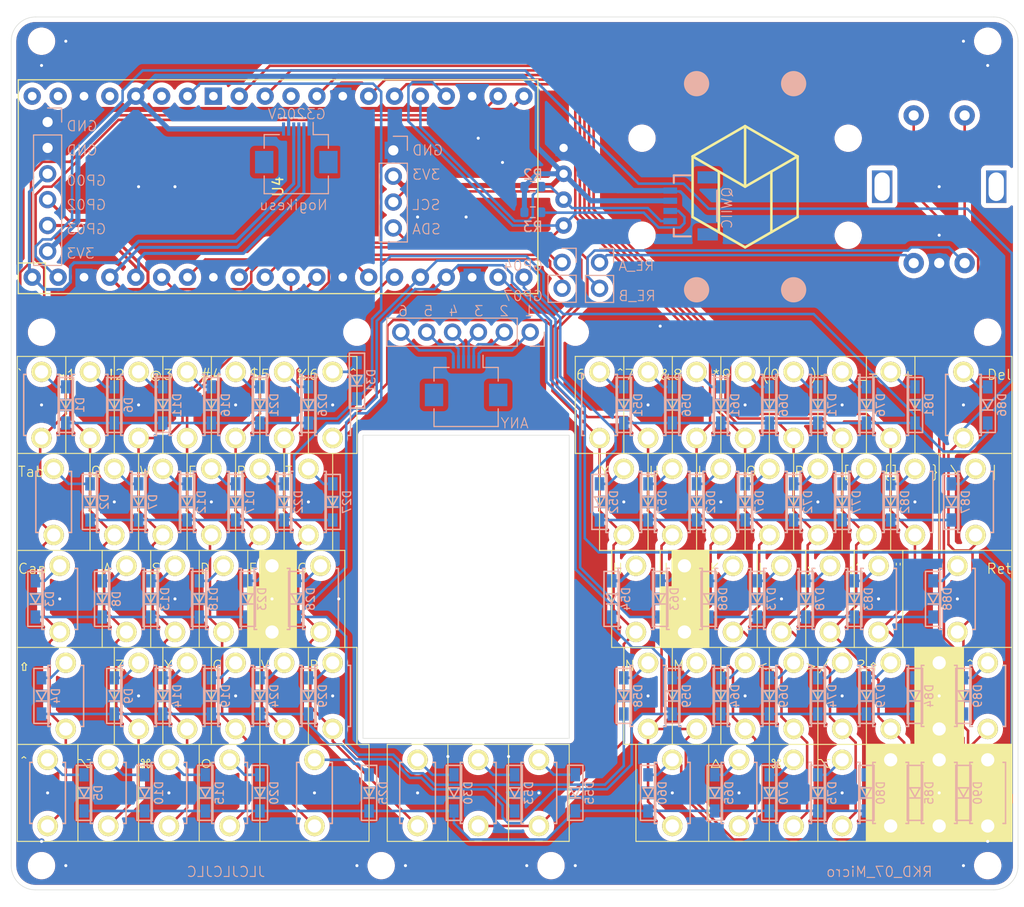
<source format=kicad_pcb>
(kicad_pcb (version 20241229) (generator "pcbnew") (generator_version "9.0")
  (layers (0 "F.Cu" signal) (2 "B.Cu" signal) (13 "F.Paste" user) (15 "B.Paste" user) (5 "F.SilkS" user "F.Silkscreen") (7 "B.SilkS" user "B.Silkscreen") (1 "F.Mask" user) (3 "B.Mask" user) (25 "Edge.Cuts" user))
  (net 0 "")
  (net 1 "Net-(D1-A)")
  (net 2 "Net-(D2-A)")
  (net 3 "Net-(D3-A)")
  (net 4 "Net-(D4-A)")
  (net 5 "Net-(D5-A)")
  (net 6 "Net-(D6-A)")
  (net 7 "Net-(D7-A)")
  (net 8 "Net-(D8-A)")
  (net 9 "Net-(D9-A)")
  (net 10 "Net-(D10-A)")
  (net 11 "Net-(D11-A)")
  (net 12 "Net-(D12-A)")
  (net 13 "Net-(D13-A)")
  (net 14 "Net-(D14-A)")
  (net 15 "Net-(D15-A)")
  (net 16 "Net-(D16-A)")
  (net 17 "Net-(D17-A)")
  (net 18 "Net-(D18-A)")
  (net 19 "Net-(D19-A)")
  (net 20 "Net-(D20-A)")
  (net 21 "Net-(D21-A)")
  (net 22 "Net-(D22-A)")
  (net 23 "Net-(D23-A)")
  (net 24 "Net-(D24-A)")
  (net 25 "Net-(D25-A)")
  (net 26 "Net-(D26-A)")
  (net 27 "Net-(D27-A)")
  (net 28 "Net-(D28-A)")
  (net 29 "Net-(D29-A)")
  (net 30 "Net-(D30-A)")
  (net 31 "Net-(D51-A)")
  (net 32 "Net-(D52-A)")
  (net 33 "Net-(D53-A)")
  (net 34 "Net-(D54-A)")
  (net 35 "Net-(D55-A)")
  (net 36 "Net-(D56-A)")
  (net 37 "Net-(D57-A)")
  (net 38 "Net-(D58-A)")
  (net 39 "Net-(D59-A)")
  (net 40 "Net-(D60-A)")
  (net 41 "Net-(D61-A)")
  (net 42 "Net-(D62-A)")
  (net 43 "Net-(D63-A)")
  (net 44 "Net-(D64-A)")
  (net 45 "Net-(D65-A)")
  (net 46 "Net-(D66-A)")
  (net 47 "Net-(D67-A)")
  (net 48 "Net-(D68-A)")
  (net 49 "Net-(D69-A)")
  (net 50 "Net-(D70-A)")
  (net 51 "COL0_R")
  (net 52 "COL1_R")
  (net 53 "ROW0_R")
  (net 54 "ROW1_R")
  (net 55 "ROW2_R")
  (net 56 "SDA{slash}SCK_R")
  (net 57 "SCL{slash}TX_R")
  (net 58 "ROW3_R")
  (net 59 "ROW4_R")
  (net 60 "GND_R")
  (net 61 "3v3_R")
  (net 62 "VCC_R")
  (net 63 "COL6_R")
  (net 64 "COL7_R")
  (net 65 "COL8_R")
  (net 66 "COL9_R")
  (net 67 "COL10_R")
  (net 68 "COL11_R")
  (net 69 "COL12_R")
  (net 70 "COL13_R")
  (net 71 "Net-(D71-A)")
  (net 72 "Net-(D72-A)")
  (net 73 "Net-(D73-A)")
  (net 74 "COL5_R")
  (net 75 "COL4_R")
  (net 76 "COL3_R")
  (net 77 "COL2_R")
  (net 78 "Net-(D31-A)")
  (net 79 "GP00_R")
  (net 80 "GP03_R")
  (net 81 "GP02_R")
  (net 84 "Net-(D88-A)")
  (net 85 "Net-(D90-A)")
  (net 86 "Net-(D89-A)")
  (net 87 "Net-(D87-A)")
  (net 88 "Net-(D86-A)")
  (net 89 "Net-(D85-A)")
  (net 90 "Net-(D84-A)")
  (net 91 "Net-(D83-A)")
  (net 92 "Net-(D82-A)")
  (net 93 "Net-(D81-A)")
  (net 94 "Net-(D80-A)")
  (net 95 "Net-(D79-A)")
  (net 96 "Net-(D78-A)")
  (net 97 "Net-(D77-A)")
  (net 98 "Net-(D76-A)")
  (net 99 "Net-(D75-A)")
  (net 100 "Net-(D74-A)")
  (net 106 "Net-(J1-Pin_4)")
  (net 107 "Net-(J1-Pin_6)")
  (net 108 "Net-(J1-Pin_1)")
  (net 109 "Net-(J1-Pin_3)")
  (net 110 "Net-(J1-Pin_2)")
  (net 111 "Net-(J1-Pin_5)")
  (net 112 "RE_B_R")
  (net 113 "RE_A_R")
  (net 114 "GP04_R")
  (net 115 "GP07_R")
  (footprint "Rikkodo_FootPrint:rkd_pushsw_2_1u" (layer "F.Cu") (at 42.862542 66.675)
    (property "Reference" "SW17" (hide yes))
    (property "Value" "SW_Push")
  )
  (footprint "kbd_Parts:Diode_SMD" (layer "F.Cu") (at 97.63125 95.25 90)
    (property "Reference" "D70")
    (property "Value" "D" (hide yes))
  )
  (footprint "kbd_Parts:Diode_SMD" (layer "F.Cu") (at 42.8625 57.15 90)
    (property "Reference" "D16")
    (property "Value" "D" (hide yes))
  )
  (footprint "kbd_Parts:Diode_SMD" (layer "F.Cu") (at 91.678121 76.2 90)
    (property "Reference" "D68")
    (property "Value" "D" (hide yes))
  )
  (footprint "kbd_Parts:Diode_SMD" (layer "F.Cu") (at 36.90941 76.200064 90)
    (property "Reference" "D13")
    (property "Value" "D" (hide yes))
  )
  (footprint "kbd_Parts:Diode_SMD" (layer "F.Cu") (at 97.631332 57.150048 90)
    (property "Reference" "D66")
    (property "Value" "D" (hide yes))
  )
  (footprint "Rikkodo_FootPrint:rkd_pushsw_2_1u" (layer "F.Cu") (at 50.006298 85.725072)
    (property "Reference" "SW24" (hide yes))
    (property "Value" "SW_Push")
  )
  (footprint "Rikkodo_FootPrint:rkd_pushsw_2_1.25u" (layer "F.Cu") (at 44.648481 95.25008)
    (property "Reference" "SW20" (hide yes))
    (property "Value" "SW_Push")
  )
  (footprint "Rikkodo_FootPrint:rkd_pushsw_2_2.25u" (layer "F.Cu") (at 116.085967 76.199952)
    (property "Reference" "SW88" (hide yes))
    (property "Value" "SW_Push")
  )
  (footprint "kbd_Parts:Diode_SMD" (layer "F.Cu") (at 80.962572 66.675056 90)
    (property "Reference" "D52")
    (property "Value" "D" (hide yes))
  )
  (footprint "kbd_Parts:Diode_SMD" (layer "F.Cu") (at 57.150048 54.76875 90)
    (property "Reference" "D31")
    (property "Value" "D" (hide yes))
  )
  (footprint "Rikkodo_FootPrint:rkd_pushsw_2_1u" (layer "F.Cu") (at 114.300028 95.250032)
    (property "Reference" "SW85" (hide yes))
    (property "Value" "SW_Push")
  )
  (footprint "kbd_Parts:Diode_SMD" (layer "F.Cu") (at 92.86875 57.15 90)
    (property "Reference" "D61")
    (property "Value" "D" (hide yes))
  )
  (footprint "kbd_Parts:Diode_SMD" (layer "F.Cu") (at 42.267223 95.25008 90)
    (property "Reference" "D15")
    (property "Value" "D" (hide yes))
  )
  (footprint "kbd_Parts:Diode_SMD" (layer "F.Cu") (at 92.86875 85.725 90)
    (property "Reference" "D64")
    (property "Value" "D" (hide yes))
  )
  (footprint "kbd_Parts:Diode_SMD" (layer "F.Cu") (at 25.598459 76.2 90)
    (property "Reference" "D3")
    (property "Value" "D" (hide yes))
  )
  (footprint "Rikkodo_FootPrint:rkd_pushsw_2_1u" (layer "F.Cu") (at 54.768802 85.725072)
    (property "Reference" "SW29" (hide yes))
    (property "Value" "SW_Push")
  )
  (footprint "Rikkodo_FootPrint:rkd_pushsw_2_1.25u" (layer "F.Cu") (at 32.742221 95.25008)
    (property "Reference" "SW10" (hide yes))
    (property "Value" "SW_Push")
  )
  (footprint "kbd_Parts:Diode_SMD" (layer "F.Cu") (at 38.1 57.15 90)
    (property "Reference" "D11")
    (property "Value" "D" (hide yes))
  )
  (footprint "Rikkodo_FootPrint:rkd_pushsw_2_1u" (layer "F.Cu") (at 30.956282 57.15)
    (property "Reference" "SW6" (hide yes))
    (property "Value" "SW_Push")
  )
  (footprint "kbd_Parts:Diode_SMD" (layer "F.Cu") (at 33.3375 85.725 90)
    (property "Reference" "D9")
    (property "Value" "D" (hide yes))
  )
  (footprint "kbd_Parts:Diode_SMD" (layer "F.Cu") (at 86.915621 76.2 90)
    (property "Reference" "D63")
    (property "Value" "D" (hide yes))
  )
  (footprint "Rikkodo_FootPrint:rkd_pushsw_2_1u" (layer "F.Cu") (at 44.053168 76.200064)
    (property "Reference" "SW18" (hide yes))
    (property "Value" "SW_Push")
  )
  (footprint "kbd_Parts:Diode_SMD" (layer "F.Cu") (at 26.19375 85.725 90)
    (property "Reference" "D4")
    (property "Value" "D" (hide yes))
  )
  (footprint "kbd_Parts:Diode_SMD" (layer "F.Cu") (at 52.3875 85.725 90)
    (property "Reference" "D29")
    (property "Value" "D" (hide yes))
  )
  (footprint "kbd_Parts:Diode_SMD" (layer "F.Cu") (at 104.775072 66.675056 90)
    (property "Reference" "D77")
    (property "Value" "D" (hide yes))
  )
  (footprint "Rikkodo_FootPrint:rkd_pushsw_2_1u" (layer "F.Cu") (at 35.718786 57.15)
    (property "Reference" "SW11" (hide yes))
    (property "Value" "SW_Push")
  )
  (footprint "kbd_Parts:Diode_SMD" (layer "F.Cu") (at 28.575 57.15 90)
    (property "Reference" "D1")
    (property "Value" "D" (hide yes))
  )
  (footprint "BrownSugar_KBD:OLED_center_display" (layer "F.Cu") (at 58.935984 35.71875 90)
    (property "Reference" "OL2")
    (property "Value" "OLED")
  )
  (footprint "Rikkodo_FootPrint:rkd_pushsw_2_1u" (layer "F.Cu") (at 45.243794 57.150048)
    (property "Reference" "SW21" (hide yes))
    (property "Value" "SW_Push")
  )
  (footprint "Rikkodo_FootPrint:rkd_pushsw_2_1u" (layer "F.Cu") (at 35.718786 85.725072)
    (property "Reference" "SW9" (hide yes))
    (property "Value" "SW_Push")
  )
  (footprint "kbd_Parts:Diode_SMD" (layer "F.Cu") (at 85.725072 95.25 90)
    (property "Reference" "D60")
    (property "Value" "D" (hide yes))
  )
  (footprint "Rikkodo_FootPrint:rkd_pushsw_2_1.25u" (layer "F.Cu") (at 94.654699 95.250032)
    (property "Reference" "SW65" (hide yes))
    (property "Value" "SW_Push")
  )
  (footprint "Rikkodo_FootPrint:rkd_RPi_Pico_TH_NODBG" (layer "F.Cu") (at 49.410984 35.71875 90)
    (property "Reference" "U4")
    (property "Value" "Pico")
  )
  (footprint "Rikkodo_FootPrint:rkd_pushsw_2_1u" (layer "F.Cu") (at 39.290664 76.200064)
    (property "Reference" "SW13" (hide yes))
    (property "Value" "SW_Push")
  )
  (footprint "kbd_Hole:m2_Screw_Hole" (layer "F.Cu") (at 26.193772 50.00625)
    (property "Reference" "Ref**")
    (property "Value" "Val**")
  )
  (footprint "Rikkodo_FootPrint:rkd_pushsw_2_1u" (layer "F.Cu") (at 100.012516 57.149952)
    (property "Reference" "SW71" (hide yes))
    (property "Value" "SW_Push")
  )
  (footprint "Rikkodo_FootPrint:rkd_pushsw_2_1u" (layer "F.Cu") (at 104.77502 57.149952)
    (property "Reference" "SW76" (hide yes))
    (property "Value" "SW_Push")
  )
  (footprint "kbd_Parts:Diode_SMD" (layer "F.Cu") (at 105.965621 76.2 90)
    (property "Reference" "D83")
    (property "Value" "D" (hide yes))
  )
  (footprint "Rikkodo_FootPrint:rkd_Guard_Screw_Hall" (layer "F.Cu") (at 55.364109 35.71875)
    (property "Reference" "Point1" (hide yes))
    (property "Value" "Guard_Screw_Hall" (hide yes))
  )
  (footprint "kbd_Parts:Diode_SMD" (layer "F.Cu") (at 107.15625 57.15 90)
    (property "Reference" "D76")
    (property "Value" "D" (hide yes))
  )
  (footprint "kbd_Hole:m2_Screw_Hole" (layer "F.Cu") (at 26.19375 21.43125)
    (property "Reference" "Ref**")
    (property "Value" "Val**")
  )
  (footprint "kbd_Hole:m2_Screw_Hole" (layer "F.Cu") (at 59.53125 102.39375)
    (property "Reference" "Ref**")
    (property "Value" "Val**")
  )
  (footprint "Rikkodo_FootPrint:rkd_pushsw_2_1u" (layer "F.Cu") (at 92.86876 66.675008)
    (property "Reference" "SW62" (hide yes))
    (property "Value" "SW_Push")
  )
  (footprint "kbd_Parts:Diode_SMD" (layer "F.Cu") (at 113.704783 76.200064 90)
    (property "Reference" "D88")
    (property "Value" "D" (hide yes))
  )
  (footprint "kbd_Parts:Diode_SMD" (layer "F.Cu") (at 41.671875 76.2 90)
    (property "Reference" "D18")
    (property "Value" "D" (hide yes))
  )
  (footprint "Rikkodo_FootPrint:rkd_pushsw_2_1u" (layer "F.Cu") (at 98.82189 76.199952)
    (property "Reference" "SW73" (hide yes))
    (property "Value" "SW_Push")
  )
  (footprint "Rikkodo_FootPrint:rkd_pushsw_2_1u" (layer "F.Cu") (at 40.48129 57.150048)
    (property "Reference" "SW16" (hide yes))
    (property "Value" "SW_Push")
  )
  (footprint "Rikkodo_FootPrint:rkd_pushsw_2_1.25u" (layer "F.Cu") (at 69.056153 95.249916)
    (property "Reference" "SW53" (hide yes))
    (property "Value" "SW_Push")
  )
  (footprint "kbd_Parts:Diode_SMD" (layer "F.Cu") (at 116.681348 95.25008 90)
    (property "Reference" "D90")
    (property "Value" "D" (hide yes))
  )
  (footprint "Rikkodo_FootPrint:rkd_pushsw_2_1u" (layer "F.Cu") (at 109.537524 95.249952)
    (property "Reference" "SW80" (hide yes))
    (property "Value" "SW_Push")
  )
  (footprint "Rikkodo_FootPrint:rkd_pushsw_2_1u" (layer "F.Cu") (at 100.012516 85.724952)
    (property "Reference" "SW69" (hide yes))
    (property "Value" "SW_Push")
  )
  (footprint "Rikkodo_FootPrint:rkd_pushsw_2_1u" (layer "F.Cu") (at 80.9625 57.15)
    (property "Reference" "SW51" (hide yes))
    (property "Value" "SW_Push")
  )
  (footprint "kbd_Parts:Diode_SMD" (layer "F.Cu") (at 83.34375 57.15 90)
    (property "Reference" "D51")
    (property "Value" "D" (hide yes))
  )
  (footprint "Rikkodo_FootPrint:rkd_pushsw_2_1u" (layer "F.Cu") (at 40.48129 85.725072)
    (property "Reference" "SW14" (hide yes))
    (property "Value" "SW_Push")
  )
  (footprint "Rikkodo_FootPrint:rkd_pushsw_2_1u" (layer "F.Cu") (at 53.578176 76.200064)
    (property "Reference" "SW28" (hide yes))
    (property "Value" "SW_Push")
  )
  (footprint "kbd_Parts:Diode_SMD" (layer "F.Cu") (at 82.153194 76.200064 90)
    (property "Reference" "D54")
    (property "Value" "D" (hide yes))
  )
  (footprint "kbd_Parts:Diode_SMD" (layer "F.Cu") (at 85.725072 66.675056 90)
    (property "Reference" "D57")
    (property "Value" "D" (hide yes))
  )
  (footprint "Rikkodo_FootPrint:rkd_pushsw_2_1u" (layer "F.Cu") (at 119.062532 95.249952)
    (property "Reference" "SW90" (hide yes))
    (property "Value" "SW_Push")
  )
  (footprint "kbd_Parts:Diode_SMD" (layer "F.Cu") (at 100.012572 66.675056 90)
    (property "Reference" "D72")
    (property "Value" "D" (hide yes))
  )
  (footprint "kbd_Hole:m2_Screw_Hole" (layer "F.Cu") (at 76.2 102.39375)
    (property "Reference" "Ref**")
    (property "Value" "Val**")
  )
  (footprint "Rikkodo_FootPrint:rkd_pushsw_2_1.5u" (layer "F.Cu") (at 27.384404 66.675)
    (property "Reference" "SW2" (hide yes))
    (property "Value" "SW_Push")
  )
  (footprint "kbd_Parts:Diode_SMD" (layer "F.Cu") (at 101.203121 76.2 90)
    (property "Reference" "D78")
    (property "Value" "D" (hide yes))
  )
  (footprint "kbd_Parts:Diode_SMD" (layer "F.Cu") (at 83.34375 85.725 90)
    (property "Reference" "D58")
    (property "Value" "D" (hide yes))
  )
  (footprint "Rikkodo_FootPrint:rkd_pushsw_2_2u" (layer "F.Cu") (at 116.68128 57.149952)
    (property "Reference" "SW86" (hide yes))
    (property "Value" "SW_Push")
  )
  (footprint "kbd_Parts:Diode_SMD" (layer "F.Cu") (at 111.91875 57.15 90)
    (property "Reference" "D81")
    (property "Value" "D" (hide yes))
  )
  (footprint "Rikkodo_FootPrint:rkd_pushsw_2_1.25u" (layer "F.Cu") (at 63.10312 95.249996)
    (property "Reference" "SW30" (hide yes))
    (property "Value" "SW_Push")
  )
  (footprint "Rikkodo_FootPrint:rkd_pushsw_2_1u" (layer "F.Cu") (at 48.815672 76.2)
    (property "Reference" "SW23" (hide yes))
    (property "Value" "SW_Push")
  )
  (footprint "Rikkodo_FootPrint:rkd_pushsw_2_1u" (layer "F.Cu") (at 109.537524 85.724952)
    (property "Reference" "SW79" (hide yes))
    (property "Value" "SW_Push")
  )
  (footprint "kbd_Parts:Diode_SMD" (layer "F.Cu") (at 115.490722 66.675056 90)
    (property "Reference" "D87")
    (property "Value" "D" (hide yes))
  )
  (footprint "Rikkodo_FootPrint:rkd_pushsw_2_1.25u" (layer "F.Cu") (at 26.789091 95.25)
    (property "Reference" "SW5" (hide yes))
    (property "Value" "SW_Push")
  )
  (footprint "kbd_Parts:Diode_SMD" (layer "F.Cu") (at 111.91875 95.25 90)
    (property "Reference" "D85")
    (property "Value" "D" (hide yes))
  )
  (footprint "kbd_Parts:Diode_SMD" (layer "F.Cu") (at 96.440621 76.2 90)
    (property "Reference" "D73")
    (property "Value" "D" (hide yes))
  )
  (footprint "Rikkodo_FootPrint:rkd_pushsw_2_1u" (layer "F.Cu") (at 54.768802 57.150048)
    (property "Reference" "SW31" (hide yes))
    (property "Value" "SW_Push")
  )
  (footprint "kbd_Hole:m2_Screw_Hole" (layer "F.Cu") (at 26.19375 102.39375)
    (property "Reference" "Ref**")
    (property "Value" "Val**")
  )
  (footprint "kbd_Parts:Diode_SMD" (layer "F.Cu") (at 36.314093 95.25 90)
    (property "Reference" "D10")
    (property "Value" "D" (hide yes))
  )
  (footprint "kbd_Parts:Diode_SMD" (layer "F.Cu") (at 92.273515 95.25008 90)
    (property "Reference" "D65")
    (property "Value" "D" (hide yes))
  )
  (footprint "kbd_Parts:Diode_SMD" (layer "F.Cu") (at 102.39375 95.25 90)
    (property "Reference" "D75")
    (property "Value" "D" (hide yes))
  )
  (footprint "kbd_Parts:Diode_SMD" (layer "F.Cu") (at 38.100036 85.725072 90)
    (property "Reference" "D14")
    (property "Value" "D" (hide yes))
  )
  (footprint "kbd_Parts:Diode_SMD" (layer "F.Cu") (at 47.625 85.725 90)
    (property "Reference" "D24")
    (property "Value" "D" (hide yes))
  )
  (footprint "Rikkodo_FootPrint:rkd_pushsw_2_1u" (layer "F.Cu") (at 102.393768 66.675008)
    (property "Reference" "SW72" (hide yes))
    (property "Value" "SW_Push")
  )
  (footprint "Rikkodo_FootPrint:rkd_pushsw_2_1u" (layer "F.Cu") (at 45.243794 85.725072)
    (property "Reference" "SW19" (hide yes))
    (property "Value" "SW_Push")
  )
  (footprint "Rikkodo_FootPrint:rkd_pushsw_2_1u" (layer "F.Cu") (at 103.584394 76.200016)
    (property "Reference" "SW78" (hide yes))
    (property "Value" "SW_Push")
  )
  (footprint "Rikkodo_FootPrint:rkd_pushsw_2_1u" (layer "F.Cu") (at 52.38755 66.675056)
    (property "Reference" "SW27" (hide yes))
    (property "Value" "SW_Push")
  )
  (footprint "kbd_Parts:Diode_SMD" (layer "F.Cu") (at 35.71875 66.675 90)
    (property "Reference" "D7")
    (property "Value" "D" (hide yes))
  )
  (footprint "Rikkodo_FootPrint:rkd_pushsw_2_1u" (layer "F.Cu") (at 104.77502 95.250032)
    (property "Reference" "SW75" (hide yes))
    (property "Value" "SW_Push")
  )
  (footprint "Rikkodo_FootPrint:rkd_LOGO_2x" (layer "F.Cu") (at 95.25 35.71875)
    (property "Reference" "REF**" (hide yes))
    (property "Value" "rkd_LOGO_2x" (hide yes))
  )
  (footprint "kbd_Parts:Diode_SMD" (layer "F.Cu") (at 102.39375 85.725 90)
    (property "Reference" "D74")
    (property "Value" "D" (hide yes))
  )
  (footprint "Rikkodo_FootPrint:rkd_pushsw_2_1.5u" (layer "F.Cu") (at 117.871906 66.675008)
    (property "Reference" "SW87" (hide yes))
    (property "Value" "SW_Push")
  )
  (footprint "kbd_Parts:Diode_SMD" (layer "F.Cu") (at 119.0625 57.15 90)
    (property "Reference" "D86")
    (property "Value" "D" (hide yes))
  )
  (footprint "kbd_Parts:Diode_SMD" (layer "F.Cu") (at 107.15625 95.25 90)
    (property "Reference" "D80")
    (property "Value" "D" (hide yes))
  )
  (footprint "kbd_Parts:Diode_SMD" (layer "F.Cu") (at 78.581316 95.239141 90)
    (property "Reference" "D55")
    (property "Value" "D" (hide yes))
  )
  (footprint "Rikkodo_FootPrint:rkd_pushsw_2_1u" (layer "F.Cu") (at 107.156272 66.675008)
    (property "Reference" "SW77" (hide yes))
    (property "Value" "SW_Push")
  )
  (footprint "Rikkodo_FootPrint:rkd_pushsw_2_1u" (layer "F.Cu") (at 97.631264 66.675008)
    (property "Reference" "SW67" (hide yes))
    (property "Value" "SW_Push")
  )
  (footprint "kbd_Parts:Diode_SMD" (layer "F.Cu") (at 52.3875 57.15 90)
    (property "Reference" "D26")
    (property "Value" "D" (hide yes))
  )
  (footprint "kbd_Parts:Diode_SMD" (layer "F.Cu") (at 58.340625 95.25 90)
    (property "Reference" "D25")
    (property "Value" "D" (hide yes))
  )
  (footprint "Rikkodo_FootPrint:rkd_pushsw_2_1u" (layer "F.Cu") (at 33.337534 66.675056)
    (property "Reference" "SW7" (hide yes))
    (property "Value" "SW_Push")
  )
  (footprint "Rikkodo_FootPrint:rkd_pushsw_2_1.25u" (layer "F.Cu") (at 75.00938 95.249996)
    (property "Reference" "SW55" (hide yes))
    (property "Value" "SW_Push")
  )
  (footprint "kbd_Parts:Diode_SMD" (layer "F.Cu") (at 111.91875 85.725 90)
    (property "Reference" "D84")
    (property "Value" "D" (hide yes))
  )
  (footprint "Rikkodo_FootPrint:rkd_pushsw_2_2.25u" (layer "F.Cu") (at 52.982863 95.25008)
    (property "Reference" "SW25" (hide yes))
    (property "Value" "SW_Push")
  )
  (footprint "Rikkodo_FootPrint:rkd_pushsw_2_1.75u" (layer "F.Cu") (at 27.979717 76.2)
    (property "Reference" "SW3" (hide yes))
    (property "Value" "SW_Push")
  )
  (footprint "kbd_Parts:Diode_SMD" (layer "F.Cu") (at 40.481284 66.675056 90)
    (property "Reference" "D12")
    (property "Value" "D" (hide yes))
  )
  (footprint "Rikkodo_FootPrint:rkd_pushsw_2_1u" (layer "F.Cu") (at 83.343752 66.675008)
    (property "Reference" "SW52" (hide yes))
    (property "Value" "SW_Push")
  )
  (footprint "kbd_Parts:Diode_SMD" (layer "F.Cu") (at 66.675056 95.25008 90)
    (property "Reference" "D30")
    (property "Value" "D" (hide yes))
  )
  (footprint "Rikkodo_FootPrint:rkd_pushsw_2_1u" (layer "F.Cu") (at 100.012516 95.249952)
    (property "Reference" "SW70" (hide yes))
    (property "Value" "SW_Push")
  )
  (footprint "kbd_Parts:Diode_SMD" (layer "F.Cu") (at 95.250072 66.675056 90)
    (property "Reference" "D67")
    (property "Value" "D" (hide yes))
  )
  (footprint "Rikkodo_FootPrint:rkd_pushsw_2_1u" (layer "F.Cu") (at 84.534378 76.200016)
    (property "Reference" "SW54" (hide yes))
    (property "Value" "SW_Push")
  )
  (footprint "Rikkodo_FootPrint:rkd_pushsw_2_1u" (layer "F.Cu") (at 85.725004 57.149952)
    (property "Reference" "SW56" (hide yes))
    (property "Value" "SW_Push")
  )
  (footprint "kbd_Parts:Diode_SMD" (layer "F.Cu") (at 116.681348 85.725072 90)
    (property "Reference" "D89")
    (property "Value" "D" (hide yes))
  )
  (footprint "Rikkodo_FootPrint:rkd_pushsw_2_1u" (layer "F.Cu") (at 90.487508 57.149952)
    (property "Reference" "SW61" (hide yes))
    (property "Value" "SW_Push")
  )
  (footprint "Rikkodo_FootPrint:rkd_pushsw_2_1u" (layer "F.Cu") (at 104.77502 85.725024)
    (property "Reference" "SW74" (hide yes))
    (property "Value" "SW_Push")
  )
  (footprint "Rikkodo_FootPrint:rkd_pushsw_2_1u" (layer "F.Cu") (at 94.059386 76.200016)
    (property "Reference" "SW68" (hide yes))
    (property "Value" "SW_Push")
  )
  (footprint "Rikkodo_FootPrint:rkd_pushsw_2_1u" (layer "F.Cu") (at 114.300028 85.725024)
    (property "Reference" "SW84" (hide yes))
    (property "Value" "SW_Push")
  )
  (footprint "kbd_Parts:Diode_SMD" (layer "F.Cu") (at 30.360963 95.25 90)
    (property "Reference" "D5")
    (property "Value" "D" (hide yes))
  )
  (footprint "Rikkodo_FootPrint:rkd_pushsw_2_1u" (layer "F.Cu") (at 119.062532 85.724952)
    (property "Reference" "SW89" (hide yes))
    (property "Value" "SW_Push")
  )
  (footprint "kbd_Parts:Diode_SMD" (layer "F.Cu") (at 88.10625 57.15 90)
    (property "Reference" "D56")
    (property "Value" "D" (hide yes))
  )
  (footprint "kbd_Hole:m2_Screw_Hole" (layer "F.Cu") (at 78.58125 50.00625)
    (property "Reference" "Ref**")
    (property "Value" "Val**")
  )
  (footprint "Rikkodo_FootPrint:rkd_pushsw_2_1.5u" (layer "F.Cu") (at 88.106324 95.249952)
    (property "Reference" "SW60" (hide yes))
    (property "Value" "SW_Push")
  )
  (footprint "kbd_Parts:Diode_SMD" (layer "F.Cu") (at 30.95625 66.675 90)
    (property "Reference" "D2")
    (property "Value" "D" (hide yes))
  )
  (footprint "Rikkodo_FootPrint:rkd_pushsw_2_1u" (layer "F.Cu") (at 47.625046 66.675)
    (property "Reference" "SW22" (hide yes))
    (property "Value" "SW_Push")
  )
  (footprint "kbd_Parts:Diode_SMD" (layer "F.Cu") (at 46.434375 76.2 90)
    (property "Reference" "D23")
    (property "Value" "D" (hide yes))
  )
  (footprint "kbd_Hole:m2_Screw_Hole" (layer "F.Cu") (at 119.0625 102.39375)
    (property "Reference" "Ref**")
    (property "Value" "Val**")
  )
  (footprint "kbd_Parts:Diode_SMD" (layer "F.Cu") (at 33.3375 57.15 90)
    (property "Reference" "D6")
    (property "Value" "D" (hide yes))
  )
  (footprint "kbd_Hole:m2_Screw_Hole" (layer "F.Cu") (at 105.370401 40.481284)
    (property "Reference" "Ref**")
    (property "Value" "Val**")
  )
  (footprint "kbd_Hole:m2_Screw_Hole" (layer "F.Cu") (at 57.15 50.00625)
    (property "Reference" "Ref**")
    (property "Value" "Val**")
  )
  (footprint "Rikkodo_FootPrint:rkd_pushsw_2_1u" (layer "F.Cu") (at 111.918776 66.675008)
    (property "Reference" "SW82" (hide yes))
    (property "Value" "SW_Push")
  )
  (footprint "kbd_Parts:Diode_SMD" (layer "F.Cu") (at 102.39375 57.15 90)
    (property "Reference" "D71")
    (property "Value" "D" (hide yes))
  )
  (footprint "Rikkodo_FootPrint:rkd_pushsw_2_1u" (layer "F.Cu") (at 89.296882 76.200016)
    (property "Reference" "SW63" (hide yes))
    (property "Value" "SW_Push")
  )
  (footprint "kbd_Hole:m2_Screw_Hole" (layer "F.Cu") (at 119.0625 21.43125)
    (property "Reference" "Ref**")
    (property "Value" "Val**")
  )
  (footprint "kbd_Parts:Diode_SMD" (layer "F.Cu") (at 47.625 57.15 90)
    (property "Reference" "D21")
    (property "Value" "D" (hide yes))
  )
  (footprint "Rikkodo_FootPrint:rkd_pushsw_2_1u" (layer "F.Cu") (at 108.346898 76.199952)
    (property "Reference" "SW83" (hide yes))
    (property "Value" "SW_Push")
  )
  (footprint "kbd_Parts:Diode_SMD" (layer "F.Cu") (at 109.537572 66.675056 90)
    (property "Reference" "D82")
    (property "Value" "D" (hide yes))
  )
  (footprint "Rikkodo_FootPrint:rkd_pushsw_2_1u" (layer "F.Cu") (at 109.537524 57.149952)
    (property "Reference" "SW81" (hide yes))
    (property "Value" "SW_Push")
  )
  (footprint "Rikkodo_FootPrint:rkd_pushsw_2_1u" (layer "F.Cu") (at 90.487508 85.724952)
    (property "Reference" "SW59" (hide yes))
    (property "Value" "SW_Push")
  )
  (footprint "kbd_Parts:Diode_SMD" (layer "F.Cu") (at 107.15625 85.725 90)
    (property "Reference" "D79")
    (property "Value" "D" (hide yes))
  )
  (footprint "kbd_Parts:Diode_SMD" (layer "F.Cu") (at 88.10625 85.725 90)
    (property "Reference" "D59")
    (property "Value" "D" (hide yes))
  )
  (footprint "Rikkodo_FootPrint:rkd_pushsw_2_1.25u" (layer "F.Cu") (at 38.695351 95.25008)
    (property "Reference" "SW15" (hide yes))
    (property "Value" "SW_Push")
  )
  (footprint "kbd_Hole:m2_Screw_Hole" (layer "F.Cu") (at 119.0625 50.00625)
    (property "Reference" "Ref**")
    (property "Value" "Val**")
  )
  (footprint "Rikkodo_FootPrint:rkd_pushsw_2_2u" (layer "F.Cu") (at 28.57503 85.725)
    (property "Reference" "SW4" (hide yes))
    (property "Value" "SW_Push")
  )
  (footprint "Rikkodo_FootPrint:rkd_pushsw_2_1u" (layer "F.Cu") (at 34.52816 76.200064)
    (property "Reference" "SW8" (hide yes))
    (property "Value" "SW_Push")
  )
  (footprint "kbd_Parts:Diode_SMD" (layer "F.Cu") (at 90.487572 66.675056 90)
    (property "Reference" "D62")
    (property "Value" "D" (hide yes))
  )
  (footprint "kbd_Parts:Diode_SMD" (layer "F.Cu") (at 42.8625 85.725 90)
    (property "Reference" "D19")
    (property "Value" "D" (hide yes))
  )
  (footprint "kbd_Parts:Diode_SMD" (layer "F.Cu") (at 54.76875 66.675 90)
    (property "Reference" "D27")
    (property "Value" "D" (hide yes))
  )
  (footprint "BrownSugar_KBD:RotaryEncoder_EC11-Switch" (layer "F.Cu") (at 114.3 35.71875)
    (property "Reference" "SW49" (hide yes))
    (property "Value" "RotaryEncoder_Switch")
  )
  (footprint "Rikkodo_FootPrint:rkd_pushsw_2_1u" (layer "F.Cu") (at 95.250012 57.149952)
    (property "Reference" "SW66" (hide yes))
    (property "Value" "SW_Push")
  )
  (footprint "Rikkodo_FootPrint:rkd_pushsw_2_1u" (layer "F.Cu") (at 50.006298 57.15)
    (property "Reference" "SW26" (hide yes))
    (property "Value" "SW_Push")
  )
  (footprint "kbd_Parts:Diode_SMD" (layer "F.Cu") (at 45.24375 66.675 90)
    (property "Reference" "D17")
    (property "Value" "D" (hide yes))
  )
  (footprint "Rikkodo_FootPrint:rkd_pushsw_2_1u" (layer "F.Cu") (at 95.250012 85.725024)
    (property "Reference" "SW64" (hide yes))
    (property "Value" "SW_Push")
  )
  (footprint "Rikkodo_FootPrint:rkd_pushsw_2_1u" (layer "F.Cu") (at 85.725004 85.725024)
    (property "Reference" "SW58" (hide yes))
    (property "Value" "SW_Push")
  )
  (footprint "kbd_Parts:Diode_SMD" (layer "F.Cu") (at 32.146875 76.2 90)
    (property "Reference" "D8")
    (property "Value" "D" (hide yes))
  )
  (footprint "kbd_Parts:Diode_SMD" (layer "F.Cu") (at 50.00625 66.675 90)
    (property "Reference" "D22")
    (property "Value" "D" (hide yes))
  )
  (footprint "kbd_Parts:Diode_SMD" (layer "F.Cu") (at 47.625 95.25 90)
    (property "Reference" "D20")
    (property "Value" "D" (hide yes))
  )
  (footprint "Rikkodo_FootPrint:rkd_pushsw_2_1u" (layer "F.Cu") (at 38.100038 66.675)
    (property "Reference" "SW12" (hide yes))
    (property "Value" "SW_Push")
  )
  (footprint "kbd_Parts:Diode_SMD" (layer "F.Cu") (at 97.63125 85.725 90)
    (property "Reference" "D69")
    (property "Value" "D" (hide yes))
  )
  (footprint "kbd_Parts:Diode_SMD" (layer "F.Cu") (at 72.628186 95.25008 90)
    (property "Reference" "D53")
    (property "Value" "D" (hide yes))
  )
  (footprint "Rikkodo_FootPrint:rkd_pushsw_2_1u" (layer "F.Cu") (at 26.19375 57.15)
    (property "Reference" "SW1" (hide yes))
    (property "Value" "SW_Push")
  )
  (footprint "Rikkodo_FootPrint:rkd_pushsw_2_1u" (layer "F.Cu") (at 88.106256 66.675008)
    (property "Reference" "SW57" (hide yes))
    (property "Value" "SW_Push")
  )
  (footprint "kbd_Hole:m2_Screw_Hole" (layer "F.Cu") (at 105.370401 30.956276)
    (property "Reference" "Ref**")
    (property "Value" "Val**")
  )
  (footprint "kbd_Parts:Diode_SMD" (layer "F.Cu") (at 51.196875 76.2 90)
    (property "Reference" "D28")
    (property "Value" "D" (hide yes))
  )
  (footprint "Connector_PinHeader_2.54mm:PinHeader_1x04_P2.54mm_Vertical" (layer "B.Cu") (at 60.721875 32.146875 180)
    (property "Reference" "J3" (hide yes))
    (property "Value" "Conn_01x04")
  )
  (footprint "SparkFun-Connector:JST_SMD_1.0mm-4_Black" (layer "B.Cu") (at 87.903234 37.6 -90)
    (property "Reference" "J53")
    (property "Value" "Qwiic_RA")
  )
  (footprint "Connector_FFC-FPC:Hirose_FH12-6S-0.5SH_1x06-1MP_P0.50mm_Horizontal" (layer "B.Cu") (at 67.865625 54.76875 180)
    (property "Reference" "J1" (hide yes))
    (property "Value" "Conn_01x06")
  )
  (footprint "Resistor_SMD:R_0603_1608Metric" (layer "B.Cu") (at 74.414109 35.71875)
    (property "Reference" "R2")
    (property "Value" "1kΩ")
  )
  (footprint "Connector_PinHeader_2.54mm:PinHeader_1x06_P2.54mm_Vertical" (layer "B.Cu") (at 26.789132 29.36878 180)
    (property "Reference" "J9" (hide yes))
    (property "Value" "Conn_01x06")
  )
  (footprint "Resistor_SMD:R_0603_1608Metric" (layer "B.Cu") (at 74.414109 38.22875)
    (property "Reference" "R3")
    (property "Value" "1kΩ")
  )
  (footprint "Connector_PinHeader_2.54mm:PinHeader_1x02_P2.54mm_Vertical" (layer "B.Cu") (at 77.287287 43.147907 180)
    (property "Reference" "J4" (hide yes))
    (property "Value" "Conn_01x02")
  )
  (footprint "Connector_PinHeader_2.54mm:PinHeader_1x02_P2.54mm_Vertical" (layer "B.Cu") (at 80.962568 43.16012 180)
    (property "Reference" "J6" (hide yes))
    (property "Value" "Conn_01x02")
  )
  (footprint "Connector_PinHeader_2.54mm:PinHeader_1x06_P2.54mm_Vertical" (layer "B.Cu") (at 74.15604 50.006208 90)
    (property "Reference" "J2" (hide yes))
    (property "Value" "Conn_01x06")
  )
  (footprint "Connector_FFC-FPC:Hirose_FH12-6S-0.5SH_1x06-1MP_P0.50mm_Horizontal" (layer "B.Cu") (at 51.196965 31.902182 180)
    (property "Reference" "J5" (hide yes))
    (property "Value" "Conn_01x06")
  )
  (gr_rect (start 88.080992 71.437559) (end 91.678134 75.604753) (stroke (width 0.1)) (fill yes) (layer "F.SilkS"))
  (gr_rect (start 107.15634 90.487576) (end 111.918844 100.012584) (stroke (width 0.1)) (fill yes) (layer "F.SilkS"))
  (gr_line (start 77.985945 100.0125) (end 60.126555 100.0125) (stroke (width 0.1)) (layer "F.SilkS"))
  (gr_rect (start 111.918844 80.962568) (end 116.681348 90.487576) (stroke (width 0.1)) (fill yes) (layer "F.SilkS"))
  (gr_line (start 121.443608 52.387452) (end 121.443608 100.012452) (stroke (width 0.1)) (layer "F.SilkS"))
  (gr_rect (start 46.434414 75.009437) (end 51.196918 80.96257) (stroke (width 0.1)) (fill yes) (layer "F.SilkS"))
  (gr_line (start 55.959428 80.962568) (end 55.959428 71.43756) (stroke (width 0.1)) (layer "F.SilkS"))
  (gr_line (start 58.34068 100.0125) (end 23.812526 100.0125) (stroke (width 0.1)) (layer "F.SilkS"))
  (gr_line (start 77.985945 90.487492) (end 77.985945 100.0125) (stroke (width 0.1)) (layer "F.SilkS"))
  (gr_rect (start 86.91563 75.009387) (end 91.678134 80.96252) (stroke (width 0.1)) (fill yes) (layer "F.SilkS"))
  (gr_line (start 58.34068 100.01258) (end 58.34068 90.48758) (stroke (width 0.1)) (layer "F.SilkS"))
  (gr_rect (start 47.599776 71.437609) (end 51.196918 75.604803) (stroke (width 0.1)) (fill yes) (layer "F.SilkS"))
  (gr_line (start 57.150054 61.912552) (end 54.768802 61.912556) (stroke (width 0.1)) (layer "F.SilkS"))
  (gr_rect (start 116.681104 90.487444) (end 121.443608 100.012452) (stroke (width 0.1)) (fill yes) (layer "F.SilkS"))
  (gr_rect (start 111.918844 90.487576) (end 116.681348 100.012584) (stroke (width 0.1)) (fill yes) (layer "F.SilkS"))
  (gr_line (start 121.443608 100.012452) (end 84.534446 100.012456) (stroke (width 0.1)) (layer "F.SilkS"))
  (gr_line (start 54.768802 61.912556) (end 54.768802 71.437556) (stroke (width 0.1)) (layer "F.SilkS"))
  (gr_line (start 83.343678 90.487424) (end 84.534304 90.487424) (stroke (width 0.1)) (layer "F.SilkS"))
  (gr_line (start 57.150054 90.487568) (end 57.150054 80.962568) (stroke (width 0.1)) (layer "F.SilkS"))
  (gr_line (start 57.150054 61.912496) (end 57.150054 52.387544) (stroke (width 0.1)) (layer "F.SilkS"))
  (gr_line (start 82.153126 80.96252) (end 83.343752 80.96252) (stroke (width 0.1)) (layer "F.SilkS"))
  (gr_line (start 80.9625 71.437512) (end 82.153126 71.437512) (stroke (width 0.1)) (layer "F.SilkS"))
  (gr_line (start 80.9625 61.912504) (end 78.581248 61.912452) (stroke (width 0.1)) (layer "F.SilkS"))
  (gr_circle (center 90.487496 25.598429) (end 89.29687 25.598429) (stroke (width 0.1)) (fill yes) (layer "B.SilkS"))
  (gr_circle (center 100.012584 45.839101) (end 101.20321 45.839101) (stroke (width 0.1)) (fill yes) (layer "B.SilkS"))
  (gr_circle (center 100.012504 25.598429) (end 98.821878 25.598429) (stroke (width 0.1)) (fill yes) (layer "B.SilkS"))
  (gr_circle (center 90.487576 45.839101) (end 91.678202 45.839101) (stroke (width 0.1)) (fill yes) (layer "B.SilkS"))
  (gr_line (start 57.745361 60.126613) (end 77.986003 60.126613) (stroke (width 0.05)) (layer "Edge.Cuts"))
  (gr_line (start 77.986003 89.892263) (end 57.745361 89.892263) (stroke (width 0.05)) (layer "Edge.Cuts"))
  (gr_line (start 23.217207 102.39375) (end 23.217207 21.43125) (stroke (width 0.05)) (layer "Edge.Cuts"))
  (gr_arc (start 25.598457 104.775086) (mid 23.914659 104.077634) (end 23.217207 102.393836) (stroke (width 0.05)) (layer "Edge.Cuts"))
  (gr_line (start 77.986003 89.892263) (end 77.986003 60.126613) (stroke (width 0.05)) (layer "Edge.Cuts"))
  (gr_arc (start 119.657913 19.05) (mid 121.337035 19.742782) (end 122.039144 21.418026) (stroke (width 0.05)) (layer "Edge.Cuts"))
  (gr_arc (start 122.039165 102.393836) (mid 121.336213 104.083117) (end 119.642383 104.775037) (stroke (width 0.05)) (layer "Edge.Cuts"))
  (gr_line (start 122.039144 21.418026) (end 122.039165 102.393836) (stroke (width 0.05)) (layer "Edge.Cuts"))
  (gr_line (start 57.745361 89.892263) (end 57.745361 60.126613) (stroke (width 0.05)) (layer "Edge.Cuts"))
  (gr_arc (start 23.217207 21.431268) (mid 23.914659 19.74747) (end 25.598457 19.050018) (stroke (width 0.05)) (layer "Edge.Cuts"))
  (gr_line (start 119.642383 104.775037) (end 25.598457 104.775085) (stroke (width 0.05)) (layer "Edge.Cuts"))
  (gr_line (start 25.598457 19.05) (end 119.657913 19.05) (stroke (width 0.05)) (layer "Edge.Cuts"))
  (gr_text "^" (at 83.343724 54.768754 0) (layer "F.SilkS") (effects (font (size 1 1) (thickness 0.1)) (justify right bottom)))
  (gr_text "1" (at 28.57506 54.768754 0) (layer "F.SilkS") (effects (font (size 1 1) (thickness 0.1)) (justify left bottom)))
  (gr_text "\\" (at 115.490625 64.293754 0) (layer "F.SilkS") (effects (font (size 1 1) (thickness 0.1)) (justify left bottom)))
  (gr_text "Ret" (at 121.44375 73.81875 0) (layer "F.SilkS") (effects (font (size 1 1) (thickness 0.1)) (justify right bottom)))
  (gr_text "?" (at 107.15625 83.34375 0) (layer "F.SilkS") (effects (font (size 1 1) (thickness 0.1)) (justify right bottom)))
  (gr_text "/" (at 102.393776 83.34375 0) (layer "F.SilkS") (effects (font (size 1 1) (thickness 0.1)) (justify left bottom)))
  (gr_text "A" (at 32.146902 73.818812 0) (layer "F.SilkS") (effects (font (size 1 1) (thickness 0.1)) (justify left bottom)))
  (gr_text "$" (at 47.624986 54.768758 0) (layer "F.SilkS") (effects (font (size 1 1) (thickness 0.1)) (justify right bottom)))
  (gr_text "D" (at 41.67191 73.818812 0) (layer "F.SilkS") (effects (font (size 1 1) (thickness 0.1)) (justify left bottom)))
  (gr_text "*" (at 92.868732 54.768762 0) (layer "F.SilkS") (effects (font (size 1 1) (thickness 0.1)) (justify right bottom)))
  (gr_text "Tab" (at 23.8125 64.293804 0) (layer "F.SilkS") (effects (font (size 1 1) (thickness 0.1)) (justify left bottom)))
  (gr_text "}" (at 114.299974 64.293754 0) (layer "F.SilkS") (effects (font (size 1 1) (thickness 0.1)) (justify right bottom)))
  (gr_text "I" (at 90.4875 64.29375 0) (layer "F.SilkS") (effects (font (size 1 1) (thickness 0.1)) (justify left bottom)))
  (gr_text "+" (at 111.918718 54.768766 0) (layer "F.SilkS") (effects (font (size 1 1) (thickness 0.1)) (justify right bottom)))
  (gr_text "○\n" (at 41.671875 92.86875 0) (layer "F.SilkS") (effects (font (size 1 1) (thickness 0.1)) (justify left bottom)))
  (gr_text "6" (at 78.58125 54.76875 0) (layer "F.SilkS") (effects (font (size 1 1) (thickness 0.1)) (justify left bottom)))
  (gr_text "⇧ " (at 107.15625 83.34375 0) (layer "F.SilkS") (effects (font (size 1 1) (thickness 0.1)) (justify left bottom)))
  (gr_text "V" (at 47.625044 83.34382 0) (layer "F.SilkS") (effects (font (size 1 1) (thickness 0.1)) (justify left bottom)))
  (gr_text "#" (at 42.862542 54.768806 0) (layer "F.SilkS") (effects (font (size 1 1) (thickness 0.1)) (justify right bottom)))
  (gr_text "C" (at 42.862544 83.34382 0) (layer "F.SilkS") (effects (font (size 1 1) (thickness 0.1)) (justify left bottom)))
  (gr_text "|" (at 120.253125 64.29375 0) (layer "F.SilkS") (effects (font (size 1 1) (thickness 0.1)) (justify right bottom)))
  (gr_text "⌥" (at 29.467944 92.868828 0) (layer "F.SilkS") (effects (font (size 1 1) (thickness 0.1)) (justify left bottom)))
  (gr_text "T" (at 50.00625 64.29375 0) (layer "F.SilkS") (effects (font (size 1 1) (thickness 0.1)) (justify left bottom)))
  (gr_text "9" (at 92.868792 54.768762 0) (layer "F.SilkS") (effects (font (size 1 1) (thickness 0.1)) (justify left bottom)))
  (gr_text "X" (at 38.100044 83.34382 0) (layer "F.SilkS") (effects (font (size 1 1) (thickness 0.1)) (justify left bottom)))
  (gr_text "N" (at 83.34382 83.34382 0) (layer "F.SilkS") (effects (font (size 1 1) (thickness 0.1)) (justify left bottom)))
  (gr_text "R" (at 45.24375 64.29375 0) (layer "F.SilkS") (effects (font (size 1 1) (thickness 0.1)) (justify left bottom)))
  (gr_text "^" (at 24.110136 92.868672 0) (layer "F.SilkS") (effects (font (size 1 1) (thickness 0.1)) (justify left bottom)))
  (gr_text "M" (at 88.10632 83.34382 0) (layer "F.SilkS") (effects (font (size 1 1) (thickness 0.1)) (justify left bottom)))
  (gr_text "4" (at 42.862512 54.768754 0) (layer "F.SilkS") (effects (font (size 1 1) (thickness 0.1)) (justify left bottom)))
  (gr_text "L" (at 96.440625 73.81875 0) (layer "F.SilkS") (effects (font (size 1 1) (thickness 0.1)) (justify left bottom)))
  (gr_text "@" (at 38.100008 54.768762 0) (layer "F.SilkS") (effects (font (size 1 1) (thickness 0.1)) (justify right bottom)))
  (gr_text "Y" (at 80.9625 64.29375 0) (layer "F.SilkS") (effects (font (size 1 1) (thickness 0.1)) (justify left bottom)))
  (gr_text "2" (at 33.337534 54.768758 0) (layer "F.SilkS") (effects (font (size 1 1) (thickness 0.1)) (justify left bottom)))
  (gr_text "Q" (at 30.956276 64.293804 0) (layer "F.SilkS") (effects (font (size 1 1) (thickness 0.1)) (justify left bottom)))
  (gr_text "8" (at 88.106258 54.768758 0) (layer "F.SilkS") (effects (font (size 1 1) (thickness 0.1)) (justify left bottom)))
  (gr_text "U" (at 85.725 64.29375 0) (layer "F.SilkS") (effects (font (size 1 1) (thickness 0.1)) (justify left bottom)))
  (gr_text "H" (at 82.153125 73.81875 0) (layer "F.SilkS") (effects (font (size 1 1) (thickness 0.1)) (justify left bottom)))
  (gr_text "{" (at 109.537474 64.293754 0) (layer "F.SilkS") (effects (font (size 1 1) (thickness 0.1)) (justify right bottom)))
  (gr_text "Del" (at 121.44375 54.76875 0) (layer "F.SilkS") (effects (font (size 1 1) (thickness 0.1)) (justify right bottom)))
  (gr_text "6" (at 52.38752 54.768762 0) (layer "F.SilkS") (effects (font (size 1 1) (thickness 0.1)) (justify left bottom)))
  (gr_text "!" (at 33.337534 54.768758 0) (layer "F.SilkS") (effects (font (size 1 1) (thickness 0.1)) (justify right bottom)))
  (gr_text "^" (at 116.978808 83.34375 0) (layer "F.SilkS") (effects (font (size 1 1) (thickness 0.1)) (justify left bottom)))
  (gr_text "." (at 97.631302 83.343742 0) (layer "F.SilkS") (effects (font (size 1 1) (thickness 0.1)) (justify left bottom)))
  (gr_text "⌘" (at 97.63125 92.86875 0) (layer "F.SilkS") (effects (font (size 1 1) (thickness 0.1)) (justify left bottom)))
  (gr_text ":" (at 105.965625 73.81875 0) (layer "F.SilkS") (effects (font (size 1 1) (thickness 0.1)) (justify right bottom)))
  (gr_text "⌘" (at 35.71877 92.86875 0) (layer "F.SilkS") (effects (font (size 1 1) (thickness 0.1)) (justify left bottom)))
  (gr_text "Z" (at 33.337544 83.34382 0) (layer "F.SilkS") (effects (font (size 1 1) (thickness 0.1)) (justify left bottom)))
  (gr_text "Cap" (at 23.81248 73.818812 0) (layer "F.SilkS") (effects (font (size 1 1) (thickness 0.1)) (justify left bottom)))
  (gr_text "⌥" (at 102.096008 92.868672 0) (layer "F.SilkS") (effects (font (size 1 1) (thickness 0.1)) (justify left bottom)))
  (gr_text ">" (at 102.393776 83.343746 0) (layer "F.SilkS") (effects (font (size 1 1) (thickness 0.1)) (justify right bottom)))
  (gr_text "7" (at 83.343784 54.768754 0) (layer "F.SilkS") (effects (font (size 1 1) (thickness 0.1)) (justify left bottom)))
  (gr_text "-" (at 102.39377 54.768758 0) (layer "F.SilkS") (effects (font (size 1 1) (thickness 0.1)) (justify left bottom)))
  (gr_text "_" (at 107.156244 54.768762 0) (layer "F.SilkS") (effects (font (size 1 1) (thickness 0.1)) (justify right bottom)))
  (gr_text "J" (at 86.915625 73.81875 0) (layer "F.SilkS") (effects (font (size 1 1) (thickness 0.1)) (justify left bottom)))
  (gr_text "S" (at 36.909406 73.818812 0) (layer "F.SilkS") (effects (font (size 1 1) (thickness 0.1)) (justify left bottom)))
  (gr_text "0" (at 97.631236 54.768754 0) (layer "F.SilkS") (effects (font (size 1 1) (thickness 0.1)) (justify left bottom)))
  (gr_text "W" (at 35.71875 64.29375 0) (layer "F.SilkS") (effects (font (size 1 1) (thickness 0.1)) (justify left bottom)))
  (gr_text ";" (at 101.203151 73.818746 0) (layer "F.SilkS") (effects (font (size 1 1) (thickness 0.1)) (justify left bottom)))
  (gr_text "3" (at 38.100068 54.768762 0) (layer "F.SilkS") (effects (font (size 1 1) (thickness 0.1)) (justify left bottom)))
  (gr_text "F" (at 46.434414 73.818812 0) (layer "F.SilkS") (effects (font (size 1 1) (thickness 0.1)) (justify left bottom)))
  (gr_text "B" (at 52.387544 83.34382 0) (layer "F.SilkS") (effects (font (size 1 1) (thickness 0.1)) (justify left bottom)))
  (gr_text "E" (at 40.48125 64.29375 0) (layer "F.SilkS") (effects (font (size 1 1) (thickness 0.1)) (justify left bottom)))
  (gr_text "^" (at 57.149994 54.768766 0) (layer "F.SilkS") (effects (font (size 1 1) (thickness 0.1)) (justify right bottom)))
  (gr_text "O" (at 95.25 64.29375 0) (layer "F.SilkS") (effects (font (size 1 1) (thickness 0.1)) (justify left bottom)))
  (gr_text "{dblquote}" (at 110.728125 73.81875 0) (layer "F.SilkS") (effects (font (size 1 1) (thickness 0.1)) (justify right bottom)))
  (gr_text "K" (at 91.678125 73.81875 0) (layer "F.SilkS") (effects (font (size 1 1) (thickness 0.1)) (justify left bottom)))
  (gr_text ")" (at 102.39371 54.768758 0) (layer "F.SilkS") (effects (font (size 1 1) (thickness 0.1)) (justify right bottom)))
  (gr_text "'" (at 105.965651 73.818746 0) (layer "F.SilkS") (effects (font (size 1 1) (thickness 0.1)) (justify left bottom)))
  (gr_text "(" (at 97.631266 54.768806 0) (layer "F.SilkS") (effects (font (size 1 1) (thickness 0.1)) (justify right bottom)))
  (gr_text "~" (at 28.575 54.768754 0) (layer "F.SilkS") (effects (font (size 1 1) (thickness 0.1)) (justify right bottom)))
  (gr_text "[" (at 104.775 64.29375 0) (layer "F.SilkS") (effects (font (size 1 1) (thickness 0.1)) (justify left bottom)))
  (gr_text "G" (at 51.196918 73.818812 0) (layer "F.SilkS") (effects (font (size 1 1) (thickness 0.1)) (justify left bottom)))
  (gr_text "`" (at 23.812526 54.76875 0) (layer "F.SilkS") (effects (font (size 1 1) (thickness 0.1)) (justify left bottom)))
  (gr_text "⇧ " (at 23.81252 83.34382 0) (layer "F.SilkS") (effects (font (size 1 1) (thickness 0.1)) (justify left bottom)))
  (gr_text "△\n" (at 91.678125 92.86875 0) (layer "F.SilkS") (effects (font (size 1 1) (thickness 0.1)) (justify left bottom)))
  (gr_text "<" (at 97.631242 83.343742 0) (layer "F.SilkS") (effects (font (size 1 1) (thickness 0.1)) (justify right bottom)))
  (gr_text "%" (at 52.38752 54.768762 0) (layer "F.SilkS") (effects (font (size 1 1) (thickness 0.1)) (justify right bottom)))
  (gr_text "]" (at 109.5375 64.29375 0) (layer "F.SilkS") (effects (font (size 1 1) (thickness 0.1)) (justify left bottom)))
  (gr_text "&" (at 88.106258 54.768758 0) (layer "F.SilkS") (effects (font (size 1 1) (thickness 0.1)) (justify right bottom)))
  (gr_text "," (at 92.868768 83.343738 0) (layer "F.SilkS") (effects (font (size 1 1) (thickness 0.1)) (justify left bottom)))
  (gr_text "=" (at 107.156244 54.768762 0) (layer "F.SilkS") (effects (font (size 1 1) (thickness 0.1)) (justify left bottom)))
  (gr_text "P" (at 100.0125 64.29375 0) (layer "F.SilkS") (effects (font (size 1 1) (thickness 0.1)) (justify left bottom)))
  (gr_text "5" (at 47.625046 54.768758 0) (layer "F.SilkS") (effects (font (size 1 1) (thickness 0.1)) (justify left bottom)))
  (gr_text "SCL" (at 62.507865 37.504719 0) (layer "B.SilkS") (effects (font (size 1 1) (thickness 0.1)) (justify right mirror)))
  (gr_text "1  2  3  4  5  6" (at 67.865568 48.517928 0) (layer "B.SilkS") (effects (font (size 1 1) (thickness 0.1)) (justify bottom mirror)))
  (gr_text "RKD_07_Micro" (at 113.704783 103.584462 0) (layer "B.SilkS") (effects (font (size 1 1) (thickness 0.1)) (justify left bottom mirror)))
  (gr_text "RE_A" (at 82.748507 44.053162 0) (layer "B.SilkS") (effects (font (size 1 1) (thickness 0.1)) (justify right bottom mirror)))
  (gr_text "RE_B" (at 82.748507 47.029727 0) (layer "B.SilkS") (effects (font (size 1 1) (thickness 0.1)) (justify right bottom mirror)))
  (gr_text "3V3\n" (at 28.575071 42.267223 0) (layer "B.SilkS") (effects (font (size 1 1) (thickness 0.1)) (justify right mirror)))
  (gr_text "GND" (at 28.575071 32.146902 0) (layer "B.SilkS") (effects (font (size 1 1) (thickness 0.1)) (justify right mirror)))
  (gr_text "3V3" (at 62.507865 34.528154 0) (layer "B.SilkS") (effects (font (size 1 1) (thickness 0.1)) (justify right mirror)))
  (gr_text "GND" (at 62.507865 32.146902 0) (layer "B.SilkS") (effects (font (size 1 1) (thickness 0.1)) (justify right mirror)))
  (gr_text "JLCJLCJLC" (at 48.220353 103.584462 0) (layer "B.SilkS") (effects (font (size 1 1) (thickness 0.1)) (justify left bottom mirror)))
  (gr_text "ANY" (at 72.628186 59.5313 0) (layer "B.SilkS") (effects (font (size 1 1) (thickness 0.1)) (justify bottom mirror)))
  (gr_text "GP07" (at 71.43756 47.029727 0) (layer "B.SilkS") (effects (font (size 1 1) (thickness 0.1)) (justify right bottom mirror)))
  (gr_text "GP04" (at 71.43756 44.053162 0) (layer "B.SilkS") (effects (font (size 1 1) (thickness 0.1)) (justify right bottom mirror)))
  (gr_text "GP02" (at 28.575071 37.504719 0) (layer "B.SilkS") (effects (font (size 1 1) (thickness 0.1)) (justify right mirror)))
  (gr_text "G320GV" (at 54.17353 29.170337 0) (layer "B.SilkS") (effects (font (size 1 1) (thickness 0.1)) (justify left bottom mirror)))
  (gr_text "SDA" (at 62.507865 39.885971 0) (layer "B.SilkS") (effects (font (size 1 1) (thickness 0.1)) (justify right mirror)))
  (gr_text "GP00" (at 28.575071 35.123467 0) (layer "B.SilkS") (effects (font (size 1 1) (thickness 0.1)) (justify right mirror)))
  (gr_text "Nogikesu" (at 54.346965 38.100032 0) (layer "B.SilkS") (effects (font (size 1 1) (thickness 0.1)) (justify left bottom mirror)))
  (gr_text "GP03" (at 28.575071 39.885971 0) (layer "B.SilkS") (effects (font (size 1 1) (thickness 0.1)) (justify right mirror)))
  (gr_text "GND" (at 28.575071 29.76565 0) (layer "B.SilkS") (effects (font (size 1 1) (thickness 0.1)) (justify right mirror)))
  (gr_text "QWIIC" (at 94.059296 37.802312 90) (layer "B.SilkS") (effects (font (size 1 1) (thickness 0.1)) (justify bottom mirror)))
  (segment (start 27.66875 55.375) (end 28.575 55.375) (width 0.25) (layer "B.Cu") (net 1))
  (segment (start 26.19375 53.9) (end 27.66875 55.375) (width 0.25) (layer "B.Cu") (net 1))
  (segment (start 28.859404 64.9) (end 30.95625 64.9) (width 0.25) (layer "B.Cu") (net 2))
  (segment (start 27.384404 63.425) (end 28.859404 64.9) (width 0.25) (layer "B.Cu") (net 2))
  (segment (start 26.504717 74.425) (end 25.598459 74.425) (width 0.25) (layer "B.Cu") (net 3))
  (segment (start 27.979717 72.95) (end 26.504717 74.425) (width 0.25) (layer "B.Cu") (net 3))
  (segment (start 26.19375 83.95) (end 27.10003 83.95) (width 0.25) (layer "B.Cu") (net 4))
  (segment (start 27.10003 83.95) (end 28.57503 82.475) (width 0.25) (layer "B.Cu") (net 4))
  (segment (start 26.789091 92) (end 28.264091 93.475) (width 0.25) (layer "B.Cu") (net 5))
  (segment (start 28.264091 93.475) (end 30.360963 93.475) (width 0.25) (layer "B.Cu") (net 5))
  (segment (start 32.431282 55.375) (end 33.3375 55.375) (width 0.25) (layer "B.Cu") (net 6))
  (segment (start 30.956282 53.9) (end 32.431282 55.375) (width 0.25) (layer "B.Cu") (net 6))
  (segment (start 33.337534 63.425056) (end 34.812478 64.9) (width 0.25) (layer "B.Cu") (net 7))
  (segment (start 34.812478 64.9) (end 35.71875 64.9) (width 0.25) (layer "B.Cu") (net 7))
  (segment (start 33.053224 74.425) (end 34.52816 72.950064) (width 0.25) (layer "B.Cu") (net 8))
  (segment (start 32.146875 74.425) (end 33.053224 74.425) (width 0.25) (layer "B.Cu") (net 8))
  (segment (start 33.3375 83.95) (end 34.243858 83.95) (width 0.25) (layer "B.Cu") (net 9))
  (segment (start 34.243858 83.95) (end 35.718786 82.475072) (width 0.25) (layer "B.Cu") (net 9))
  (segment (start 32.742221 92.00008) (end 34.217141 93.475) (width 0.25) (layer "B.Cu") (net 10))
  (segment (start 34.217141 93.475) (end 36.314093 93.475) (width 0.25) (layer "B.Cu") (net 10))
  (segment (start 37.193786 55.375) (end 38.1 55.375) (width 0.25) (layer "B.Cu") (net 11))
  (segment (start 35.718786 53.9) (end 37.193786 55.375) (width 0.25) (layer "B.Cu") (net 11))
  (segment (start 38.100038 63.425) (end 39.575094 64.900056) (width 0.25) (layer "B.Cu") (net 12))
  (segment (start 39.575094 64.900056) (end 40.481284 64.900056) (width 0.25) (layer "B.Cu") (net 12))
  (segment (start 36.90941 74.425064) (end 37.815664 74.425064) (width 0.25) (layer "B.Cu") (net 13))
  (segment (start 37.815664 74.425064) (end 39.290664 72.950064) (width 0.25) (layer "B.Cu") (net 13))
  (segment (start 39.00629 83.950072) (end 40.48129 82.475072) (width 0.25) (layer "B.Cu") (net 14))
  (segment (start 38.100036 83.950072) (end 39.00629 83.950072) (width 0.25) (layer "B.Cu") (net 14))
  (segment (start 40.170351 93.47508) (end 42.267223 93.47508) (width 0.25) (layer "B.Cu") (net 15))
  (segment (start 38.695351 92.00008) (end 40.170351 93.47508) (width 0.25) (layer "B.Cu") (net 15))
  (segment (start 40.48129 53.900048) (end 41.956242 55.375) (width 0.25) (layer "B.Cu") (net 16))
  (segment (start 41.956242 55.375) (end 42.8625 55.375) (width 0.25) (layer "B.Cu") (net 16))
  (segment (start 42.862542 63.425) (end 44.337542 64.9) (width 0.25) (layer "B.Cu") (net 17))
  (segment (start 44.337542 64.9) (end 45.24375 64.9) (width 0.25) (layer "B.Cu") (net 17))
  (segment (start 41.671875 74.425) (end 42.578232 74.425) (width 0.25) (layer "B.Cu") (net 18))
  (segment (start 42.578232 74.425) (end 44.053168 72.950064) (width 0.25) (layer "B.Cu") (net 18))
  (segment (start 43.768866 83.95) (end 45.243794 82.475072) (width 0.25) (layer "B.Cu") (net 19))
  (segment (start 42.8625 83.95) (end 43.768866 83.95) (width 0.25) (layer "B.Cu") (net 19))
  (segment (start 44.648481 92.00008) (end 46.123401 93.475) (width 0.25) (layer "B.Cu") (net 20))
  (segment (start 46.123401 93.475) (end 47.625 93.475) (width 0.25) (layer "B.Cu") (net 20))
  (segment (start 46.718746 55.375) (end 47.625 55.375) (width 0.25) (layer "B.Cu") (net 21))
  (segment (start 45.243794 53.900048) (end 46.718746 55.375) (width 0.25) (layer "B.Cu") (net 21))
  (segment (start 47.625046 63.425) (end 49.100046 64.9) (width 0.25) (layer "B.Cu") (net 22))
  (segment (start 49.100046 64.9) (end 50.00625 64.9) (width 0.25) (layer "B.Cu") (net 22))
  (segment (start 46.434375 74.425) (end 47.340672 74.425) (width 0.25) (layer "B.Cu") (net 23))
  (segment (start 47.340672 74.425) (end 48.815672 72.95) (width 0.25) (layer "B.Cu") (net 23))
  (segment (start 47.625 83.95) (end 48.53137 83.95) (width 0.25) (layer "B.Cu") (net 24))
  (segment (start 48.53137 83.95) (end 50.006298 82.475072) (width 0.25) (layer "B.Cu") (net 24))
  (segment (start 57.261624 92.395999) (end 58.340625 93.475) (width 0.25) (layer "B.Cu") (net 25))
  (segment (start 52.982863 92.00008) (end 56.501662 92.00008) (width 0.25) (layer "B.Cu") (net 25))
  (segment (start 56.897581 92.395999) (end 57.261624 92.395999) (width 0.25) (layer "B.Cu") (net 25))
  (segment (start 56.501662 92.00008) (end 56.897581 92.395999) (width 0.25) (layer "B.Cu") (net 25))
  (segment (start 50.006298 53.9) (end 51.481298 55.375) (width 0.25) (layer "B.Cu") (net 26))
  (segment (start 51.481298 55.375) (end 52.3875 55.375) (width 0.25) (layer "B.Cu") (net 26))
  (segment (start 53.862494 64.9) (end 54.76875 64.9) (width 0.25) (layer "B.Cu") (net 27))
  (segment (start 52.38755 63.425056) (end 53.862494 64.9) (width 0.25) (layer "B.Cu") (net 27))
  (segment (start 52.10324 74.425) (end 53.578176 72.950064) (width 0.25) (layer "B.Cu") (net 28))
  (segment (start 51.196875 74.425) (end 52.10324 74.425) (width 0.25) (layer "B.Cu") (net 28))
  (segment (start 53.293874 83.95) (end 54.768802 82.475072) (width 0.25) (layer "B.Cu") (net 29))
  (segment (start 52.3875 83.95) (end 53.293874 83.95) (width 0.25) (layer "B.Cu") (net 29))
  (segment (start 63.10312 91.999996) (end 64.578204 93.47508) (width 0.25) (layer "B.Cu") (net 30))
  (segment (start 64.578204 93.47508) (end 66.675056 93.47508) (width 0.25) (layer "B.Cu") (net 30))
  (segment (start 82.4375 55.375) (end 83.34375 55.375) (width 0.25) (layer "B.Cu") (net 31))
  (segment (start 80.9625 53.9) (end 82.4375 55.375) (width 0.25) (layer "B.Cu") (net 31))
  (segment (start 80.962572 64.900056) (end 81.868704 64.900056) (width 0.25) (layer "B.Cu") (net 32))
  (segment (start 81.868704 64.900056) (end 83.343752 63.425008) (width 0.25) (layer "B.Cu") (net 32))
  (segment (start 70.531317 93.47508) (end 72.628186 93.47508) (width 0.25) (layer "B.Cu") (net 33))
  (segment (start 69.056153 91.999916) (end 70.531317 93.47508) (width 0.25) (layer "B.Cu") (net 33))
  (segment (start 83.05933 74.425064) (end 84.534378 72.950016) (width 0.3) (layer "B.Cu") (net 34))
  (segment (start 82.153194 74.425064) (end 83.05933 74.425064) (width 0.3) (layer "B.Cu") (net 34))
  (segment (start 76.473525 93.464141) (end 78.581316 93.464141) (width 0.25) (layer "B.Cu") (net 35))
  (segment (start 75.00938 91.999996) (end 76.473525 93.464141) (width 0.25) (layer "B.Cu") (net 35))
  (segment (start 85.725004 53.899952) (end 87.200052 55.375) (width 0.25) (layer "B.Cu") (net 36))
  (segment (start 87.200052 55.375) (end 88.10625 55.375) (width 0.25) (layer "B.Cu") (net 36))
  (segment (start 85.725072 64.900056) (end 86.631208 64.900056) (width 0.25) (layer "B.Cu") (net 37))
  (segment (start 86.631208 64.900056) (end 88.106256 63.425008) (width 0.25) (layer "B.Cu") (net 37))
  (segment (start 84.250028 83.95) (end 85.725004 82.475024) (width 0.25) (layer "B.Cu") (net 38))
  (segment (start 83.34375 83.95) (end 84.250028 83.95) (width 0.25) (layer "B.Cu") (net 38))
  (segment (start 88.10625 83.95) (end 89.01246 83.95) (width 0.25) (layer "B.Cu") (net 39))
  (segment (start 89.01246 83.95) (end 90.487508 82.474952) (width 0.25) (layer "B.Cu") (net 39))
  (segment (start 118.577 42.482692) (end 116.8 40.705692) (width 0.25) (layer "F.Cu") (net 40))
  (segment (start 115.036428 100.27669) (end 116.68125 98.631868) (width 0.25) (layer "F.Cu") (net 40))
  (segment (start 118.577 45.72925) (end 118.577 42.482692) (width 0.25) (layer "F.Cu") (net 40))
  (segment (start 88.981324 92.553202) (end 88.981324 95.339715) (width 0.25) (layer "F.Cu") (net 40))
  (segment (start 114.759967 49.546283) (end 118.577 45.72925) (width 0.25) (layer "F.Cu") (net 40))
  (segment (start 116.68125 89.84969) (end 116.077028 89.245468) (width 0.25) (layer "F.Cu") (net 40))
  (segment (start 88.428074 91.999952) (end 88.981324 92.553202) (width 0.25) (layer "F.Cu") (net 40))
  (segment (start 88.106324 91.999952) (end 88.428074 91.999952) (width 0.25) (layer "F.Cu") (net 40))
  (segment (start 116.077028 81.316261) (end 114.759967 79.9992) (width 0.25) (layer "F.Cu") (net 40))
  (segment (start 116.8 40.705692) (end 116.8 28.71875) (width 0.25) (layer "F.Cu") (net 40))
  (segment (start 116.077028 89.245468) (end 116.077028 81.316261) (width 0.25) (layer "F.Cu") (net 40))
  (segment (start 116.68125 98.631868) (end 116.68125 89.84969) (width 0.25) (layer "F.Cu") (net 40))
  (segment (start 88.981324 95.339715) (end 93.918299 100.27669) (width 0.25) (layer "F.Cu") (net 40))
  (segment (start 114.759967 79.9992) (end 114.759967 49.546283) (width 0.25) (layer "F.Cu") (net 40))
  (segment (start 93.918299 100.27669) (end 115.036428 100.27669) (width 0.25) (layer "F.Cu") (net 40))
  (segment (start 85.725072 93.475) (end 86.631276 93.475) (width 0.25) (layer "B.Cu") (net 40))
  (segment (start 86.631276 93.475) (end 88.106324 91.999952) (width 0.25) (layer "B.Cu") (net 40))
  (segment (start 90.487508 53.899952) (end 91.962556 55.375) (width 0.25) (layer "B.Cu") (net 41))
  (segment (start 91.962556 55.375) (end 92.86875 55.375) (width 0.25) (layer "B.Cu") (net 41))
  (segment (start 91.393712 64.900056) (end 92.86876 63.425008) (width 0.25) (layer "B.Cu") (net 42))
  (segment (start 90.487572 64.900056) (end 91.393712 64.900056) (width 0.25) (layer "B.Cu") (net 42))
  (segment (start 87.821898 74.425) (end 89.296882 72.950016) (width 0.25) (layer "B.Cu") (net 43))
  (segment (start 86.915621 74.425) (end 87.821898 74.425) (width 0.25) (layer "B.Cu") (net 43))
  (segment (start 92.86875 83.95) (end 93.775036 83.95) (width 0.25) (layer "B.Cu") (net 44))
  (segment (start 93.775036 83.95) (end 95.250012 82.475024) (width 0.25) (layer "B.Cu") (net 44))
  (segment (start 92.273515 93.47508) (end 93.179651 93.47508) (width 0.25) (layer "B.Cu") (net 45))
  (segment (start 93.179651 93.47508) (end 94.654699 92.000032) (width 0.25) (layer "B.Cu") (net 45))
  (segment (start 96.725108 55.375048) (end 97.631332 55.375048) (width 0.25) (layer "B.Cu") (net 46))
  (segment (start 95.250012 53.899952) (end 96.725108 55.375048) (width 0.25) (layer "B.Cu") (net 46))
  (segment (start 95.250072 64.900056) (end 96.156216 64.900056) (width 0.25) (layer "B.Cu") (net 47))
  (segment (start 96.156216 64.900056) (end 97.631264 63.425008) (width 0.25) (layer "B.Cu") (net 47))
  (segment (start 92.584402 74.425) (end 94.059386 72.950016) (width 0.25) (layer "B.Cu") (net 48))
  (segment (start 91.678121 74.425) (end 92.584402 74.425) (width 0.25) (layer "B.Cu") (net 48))
  (segment (start 98.537468 83.95) (end 100.012516 82.474952) (width 0.25) (layer "B.Cu") (net 49))
  (segment (start 97.63125 83.95) (end 98.537468 83.95) (width 0.25) (layer "B.Cu") (net 49))
  (segment (start 97.63125 93.475) (end 98.537468 93.475) (width 0.25) (layer "B.Cu") (net 50))
  (segment (start 98.537468 93.475) (end 100.012516 91.999952) (width 0.25) (layer "B.Cu") (net 50))
  (segment (start 28.57503 96.714061) (end 26.789091 98.5) (width 0.25) (layer "F.Cu") (net 51))
  (segment (start 28.575 58.01875) (end 28.575 50.006268) (width 0.25) (layer "F.Cu") (net 51))
  (segment (start 25.162132 43.064486) (end 25.162132 34.412664) (width 0.25) (layer "F.Cu") (net 51))
  (segment (start 26.979717 87.379687) (end 28.57503 88.975) (width 0.25) (layer "F.Cu") (net 51))
  (segment (start 26.19375 60.4) (end 28.575 58.01875) (width 0.25) (layer "F.Cu") (net 51))
  (segment (start 26.302016 33.27278) (end 28.990438 33.27278) (width 0.25) (layer "F.Cu") (net 51))
  (segment (start 27.384404 69.925) (end 26.058404 68.599) (width 0.25) (layer "F.Cu") (net 51))
  (segment (start 28.575 50.006268) (end 24.104984 45.536252) (width 0.25) (layer "F.Cu") (net 51))
  (segment (start 27.979717 79.45) (end 26.979717 80.45) (width 0.25) (layer "F.Cu") (net 51))
  (segment (start 28.57503 88.975) (end 28.57503 96.714061) (width 0.25) (layer "F.Cu") (net 51))
  (segment (start 28.990438 33.27278) (end 33.557468 28.70575) (width 0.25) (layer "F.Cu") (net 51))
  (segment (start 33.557468 28.70575) (end 69.123984 28.70575) (width 0.25) (layer "F.Cu") (net 51))
  (segment (start 26.384404 70.925) (end 26.384404 77.854687) (width 0.25) (layer "F.Cu") (net 51))
  (segment (start 26.058404 68.599) (end 26.058404 60.535346) (width 0.25) (layer "F.Cu") (net 51))
  (segment (start 25.162132 34.412664) (end 26.302016 33.27278) (width 0.25) (layer "F.Cu") (net 51))
  (segment (start 24.104984 44.121634) (end 25.162132 43.064486) (width 0.25) (layer "F.Cu") (net 51))
  (segment (start 26.058404 60.535346) (end 26.19375 60.4) (width 0.25) (layer "F.Cu") (net 51))
  (segment (start 27.384404 69.925) (end 26.384404 70.925) (width 0.25) (layer "F.Cu") (net 51))
  (segment (start 24.104984 45.536252) (end 24.104984 44.121634) (width 0.25) (layer "F.Cu") (net 51))
  (segment (start 26.979717 80.45) (end 26.979717 87.379687) (width 0.25) (layer "F.Cu") (net 51))
  (segment (start 26.384404 77.854687) (end 27.979717 79.45) (width 0.25) (layer "F.Cu") (net 51))
  (segment (start 69.123984 28.70575) (end 71.000984 26.82875) (width 0.25) (layer "F.Cu") (net 51))
  (segment (start 27.182308 35.71872) (end 33.744278 29.15675) (width 0.25) (layer "F.Cu") (net 52))
  (segment (start 33.52816 80.450064) (end 33.52816 86.784446) (width 0.25) (layer "F.Cu") (net 52))
  (segment (start 33.337534 69.925056) (end 32.337534 70.925056) (width 0.25) (layer "F.Cu") (net 52))
  (segment (start 33.52816 86.784446) (end 35.718786 88.975072) (width 0.25) (layer "F.Cu") (net 52))
  (segment (start 30.956282 60.4) (end 29.026 58.469718) (width 0.25) (layer "F.Cu") (net 52))
  (segment (start 35.718786 88.975072) (end 35.718786 95.523515) (width 0.25) (layer "F.Cu") (net 52))
  (segment (start 30.956282 60.4) (end 30.956282 67.543804) (width 0.25) (layer "F.Cu") (net 52))
  (segment (start 32.337534 70.925056) (end 32.337534 77.259438) (width 0.25) (layer "F.Cu") (net 52))
  (segment (start 29.026 58.469718) (end 29.026 49.819458) (width 0.25) (layer "F.Cu") (net 52))
  (segment (start 70.367407 28.100137) (end 72.269597 28.100137) (width 0.25) (layer "F.Cu") (net 52))
  (segment (start 35.718786 95.523515) (end 32.742221 98.50008) (width 0.25) (layer "F.Cu") (net 52))
  (segment (start 32.337534 77.259438) (end 34.52816 79.450064) (width 0.25) (layer "F.Cu") (net 52))
  (segment (start 34.52816 79.450064) (end 33.52816 80.450064) (width 0.25) (layer "F.Cu") (net 52))
  (segment (start 29.026 49.819458) (end 26.456984 47.250442) (width 0.25) (layer "F.Cu") (net 52))
  (segment (start 25.613132 36.501664) (end 26.396076 35.71872) (width 0.25) (layer "F.Cu") (net 52))
  (segment (start 25.613132 42.91158) (end 25.613132 36.501664) (width 0.25) (layer "F.Cu") (net 52))
  (segment (start 26.456984 47.250442) (end 26.456984 43.755432) (width 0.25) (layer "F.Cu") (net 52))
  (segment (start 33.744278 29.15675) (end 69.310794 29.15675) (width 0.25) (layer "F.Cu") (net 52))
  (segment (start 26.456984 43.755432) (end 25.613132 42.91158) (width 0.25) (layer "F.Cu") (net 52))
  (segment (start 72.269597 28.100137) (end 73.540984 26.82875) (width 0.25) (layer "F.Cu") (net 52))
  (segment (start 26.396076 35.71872) (end 27.182308 35.71872) (width 0.25) (layer "F.Cu") (net 52))
  (segment (start 69.310794 29.15675) (end 70.367407 28.100137) (width 0.25) (layer "F.Cu") (net 52))
  (segment (start 30.956282 67.543804) (end 33.337534 69.925056) (width 0.25) (layer "F.Cu") (net 52))
  (segment (start 101.982677 48.220353) (end 111.91875 58.156426) (width 0.25) (layer "B.Cu") (net 53))
  (segment (start 28.575 58.925) (end 52.3875 58.925) (width 0.25) (layer "B.Cu") (net 53))
  (segment (start 58.733809 25.598459) (end 41.751275 25.598459) (width 0.25) (layer "B.Cu") (net 53))
  (segment (start 73.76391 42.53075) (end 75.460438 44.227278) (width 0.25) (layer "B.Cu") (net 53))
  (segment (start 59.531347 27.262018) (end 59.531347 43.457849) (width 0.25) (layer "B.Cu") (net 53))
  (segment (start 77.402901 48.220353) (end 101.982677 48.220353) (width 0.25) (layer "B.Cu") (net 53))
  (segment (start 75.460438 46.27789) (end 77.402901 48.220353) (width 0.25) (layer "B.Cu") (net 53))
  (segment (start 59.531347 26.395997) (end 58.733809 25.598459) (width 0.25) (layer "B.Cu") (net 53))
  (segment (start 59.531347 27.262018) (end 59.531347 26.395997) (width 0.25) (layer "B.Cu") (net 53))
  (segment (start 55.208811 58.484987) (end 57.150048 56.54375) (width 0.25) (layer "B.Cu") (net 53))
  (segment (start 41.751275 25.598459) (end 40.520984 26.82875) (width 0.25) (layer "B.Cu") (net 53))
  (segment (start 117.230528 61.725952) (end 114.719702 61.725952) (width 0.25) (layer "B.Cu") (net 53))
  (segment (start 60.458446 42.53075) (end 73.76391 42.53075) (width 0.25) (layer "B.Cu") (net 53))
  (segment (start 58.638232 48.713692) (end 58.638232 55.055566) (width 0.25) (layer "B.Cu") (net 53))
  (segment (start 119.0625 59.89398) (end 117.230528 61.725952) (width 0.25) (layer "B.Cu") (net 53))
  (segment (start 83.34375 58.925) (end 88.10625 58.925) (width 0.25) (layer "B.Cu") (net 53))
  (segment (start 52.3875 58.925) (end 52.827513 58.484987) (width 0.25) (layer "B.Cu") (net 53))
  (segment (start 59.531347 43.457849) (end 59.531347 47.820577) (width 0.25) (layer "B.Cu") (net 53))
  (segment (start 59.531347 43.457849) (end 60.458446 42.53075) (width 0.25) (layer "B.Cu") (net 53))
  (segment (start 119.0625 58.925) (end 119.0625 59.89398) (width 0.25) (layer "B.Cu") (net 53))
  (segment (start 88.10625 58.925) (end 111.91875 58.925) (width 0.25) (layer "B.Cu") (net 53))
  (segment (start 59.531347 47.820577) (end 58.638232 48.713692) (width 0.25) (layer "B.Cu") (net 53))
  (segment (start 58.638232 55.055566) (end 57.150048 56.54375) (width 0.25) (layer "B.Cu") (net 53))
  (segment (start 75.460438 44.227278) (end 75.460438 46.27789) (width 0.25) (layer "B.Cu") (net 53))
  (segment (start 88.10625 58.925) (end 88.10625 58.340625) (width 0.25) (layer "B.Cu") (net 53))
  (segment (start 114.719702 61.725952) (end 111.91875 58.925) (width 0.25) (layer "B.Cu") (net 53))
  (segment (start 111.91875 58.156426) (end 111.91875 58.925) (width 0.25) (layer "B.Cu") (net 53))
  (segment (start 52.827513 58.484987) (end 55.208811 58.484987) (width 0.25) (layer "B.Cu") (net 53))
  (segment (start 57.951048 57.51975) (end 56.811858 57.51975) (width 0.25) (layer "B.Cu") (net 54))
  (segment (start 80.161572 63.903932) (end 80.161572 67.649056) (width 0.25) (layer "B.Cu") (net 54))
  (segment (start 80.962572 68.450056) (end 115.490722 68.450056) (width 0.25) (layer "B.Cu") (net 54))
  (segment (start 54.153513 58.935987) (end 50.9905 62.099) (width 0.25) (layer "B.Cu") (net 54))
  (segment (start 80.161572 67.649056) (end 80.962572 68.450056) (width 0.25) (layer "B.Cu") (net 54))
  (segment (start 59.089232 56.381566) (end 57.951048 57.51975) (width 0.25) (layer "B.Cu") (net 54))
  (segment (start 30.95625 68.45) (end 50.00625 68.45) (width 0.25) (layer "B.Cu") (net 54))
  (segment (start 82.54275 61.522754) (end 80.161572 63.903932) (width 0.25) (layer "B.Cu") (net 54))
  (segment (start 77.10525 54.329986) (end 82.54275 59.767486) (width 0.25) (layer "B.Cu") (net 54))
  (segment (start 50.9905 67.46575) (end 50.00625 68.45) (width 0.25) (layer "B.Cu") (net 54))
  (segment (start 59.089232 48.900502) (end 59.089232 56.381566) (width 0.25) (layer "B.Cu") (net 54))
  (segment (start 56.811858 57.51975) (end 55.395621 58.935987) (width 0.25) (layer "B.Cu") (net 54))
  (segment (start 63.380984 44.60875) (end 63.948782 44.60875) (width 0.25) (layer "B.Cu") (net 54))
  (segment (start 82.54275 59.767486) (end 82.54275 61.522754) (width 0.25) (layer "B.Cu") (net 54))
  (segment (start 50.00625 68.45) (end 54.76875 68.45) (width 0.25) (layer "B.Cu") (net 54))
  (segment (start 50.9905 62.099) (end 50.9905 67.46575) (width 0.25) (layer "B.Cu") (net 54))
  (segment (start 75.009438 44.414088) (end 75.009438 46.4647) (width 0.25) (layer "B.Cu") (net 54))
  (segment (start 77.10525 48.560512) (end 77.10525 54.329986) (width 0.25) (layer "B.Cu") (net 54))
  (segment (start 65.007984 42.98175) (end 73.5771 42.98175) (width 0.25) (layer "B.Cu") (net 54))
  (segment (start 63.380984 44.60875) (end 59.089232 48.900502) (width 0.25) (layer "B.Cu") (net 54))
  (segment (start 63.380984 44.60875) (end 65.007984 42.98175) (width 0.25) (layer "B.Cu") (net 54))
  (segment (start 75.009438 46.4647) (end 77.10525 48.560512) (width 0.25) (layer "B.Cu") (net 54))
  (segment (start 73.5771 42.98175) (end 75.009438 44.414088) (width 0.25) (layer "B.Cu") (net 54))
  (segment (start 55.395621 58.935987) (end 54.153513 58.935987) (width 0.25) (layer "B.Cu") (net 54))
  (segment (start 81.497325 94.440141) (end 83.34375 92.593716) (width 0.25) (layer "B.Cu") (net 55))
  (segment (start 72.364984 45.095866) (end 76.190904 48.921786) (width 0.25) (layer "B.Cu") (net 55))
  (segment (start 58.137858 57.97075) (end 56.998668 57.97075) (width 0.25) (layer "B.Cu") (net 55))
  (segment (start 56.094802 73.077073) (end 51.196875 77.975) (width 0.25) (layer "B.Cu") (net 55))
  (segment (start 56.094802 90.3176) (end 56.094802 79.907302) (width 0.25) (layer "B.Cu") (net 55))
  (segment (start 79.063003 73.111873) (end 83.92613 77.975) (width 0.25) (layer "B.Cu") (net 55))
  (segment (start 76.190904 54.69126) (end 79.063003 57.563359) (width 0.25) (layer "B.Cu") (net 55))
  (segment (start 71.4881 43.43275) (end 72.364984 44.309634) (width 0.25) (layer "B.Cu") (net 55))
  (segment (start 113.704719 77.975) (end 113.704783 77.975064) (width 0.25) (layer "B.Cu") (net 55))
  (segment (start 59.540232 56.568376) (end 58.137858 57.97075) (width 0.25) (layer "B.Cu") (net 55))
  (segment (start 76.190904 48.921786) (end 76.190904 54.69126) (width 0.25) (layer "B.Cu") (net 55))
  (segment (start 64.744984 45.78475) (end 62.893868 45.78475) (width 0.25) (layer "B.Cu") (net 55))
  (segment (start 54.1625 77.975) (end 51.196875 77.975) (width 0.25) (layer "B.Cu") (net 55))
  (segment (start 56.094802 79.907302) (end 54.1625 77.975) (width 0.25) (layer "B.Cu") (net 55))
  (segment (start 86.915621 77.975) (end 113.704719 77.975) (width 0.25) (layer "B.Cu") (net 55))
  (segment (start 63.652368 93.325996) (end 62.553923 93.325996) (width 0.25) (layer "B.Cu") (net 55))
  (segment (start 64.777506 94.45108) (end 63.652395 93.325969) (width 0.25) (layer "B.Cu") (net 55))
  (segment (start 70.054186 94.45108) (end 64.777506 94.45108) (width 0.25) (layer "B.Cu") (net 55))
  (segment (start 79.063003 57.563359) (end 79.063003 73.111873) (width 0.25) (layer "B.Cu") (net 55))
  (segment (start 65.920984 44.60875) (end 64.744984 45.78475) (width 0.25) (layer "B.Cu") (net 55))
  (segment (start 72.364984 44.309634) (end 72.364984 45.095866) (width 0.25) (layer "B.Cu") (net 55))
  (segment (start 67.096984 43.43275) (end 71.4881 43.43275) (width 0.25) (layer "B.Cu") (net 55))
  (segment (start 51.196875 77.975) (end 25.598459 77.975) (width 0.25) (layer "B.Cu") (net 55))
  (segment (start 56.998668 57.97075) (end 56.094802 58.874616) (width 0.25) (layer "B.Cu") (net 55))
  (segment (start 56.094802 58.874616) (end 56.094802 73.077073) (width 0.25) (layer "B.Cu") (net 55))
  (segment (start 60.721926 91.493999) (end 62.553923 93.325996) (width 0.25) (layer "B.Cu") (net 55))
  (segment (start 57.271201 91.493999) (end 56.094802 90.3176) (width 0.25) (layer "B.Cu") (net 55))
  (segment (start 83.34375 92.593716) (end 83.34375 87.5) (width 0.25) (layer "B.Cu") (net 55))
  (segment (start 72.628186 97.02508) (end 70.054186 94.45108) (width 0.25) (layer "B.Cu") (net 55))
  (segment (start 62.893868 45.78475) (end 62.868331 45.759213) (width 0.25) (layer "B.Cu") (net 55))
  (segment (start 60.721926 91.493999) (end 57.271201 91.493999) (width 0.25) (layer "B.Cu") (net 55))
  (segment (start 70.054186 94.45108) (end 76.36111 94.45108) (width 0.25) (layer "B.Cu") (net 55))
  (segment (start 59.540232 49.087312) (end 59.540232 56.568376) (width 0.25) (layer "B.Cu") (net 55))
  (segment (start 65.920984 44.60875) (end 67.096984 43.43275) (width 0.25) (layer "B.Cu") (net 55))
  (segment (start 76.372049 94.440141) (end 81.497325 94.440141) (width 0.25) (layer "B.Cu") (net 55))
  (segment (start 83.92613 77.975) (end 86.915621 77.975) (width 0.25) (layer "B.Cu") (net 55))
  (segment (start 62.868331 45.759213) (end 59.540232 49.087312) (width 0.25) (layer "B.Cu") (net 55))
  (segment (start 76.36111 94.45108) (end 76.372049 94.440141) (width 0.25) (layer "B.Cu") (net 55))
  (segment (start 63.652395 93.325969) (end 63.652368 93.325996) (width 0.25) (layer "B.Cu") (net 55))
  (segment (start 60.721875 39.766875) (end 61.724875 40.769875) (width 0.25) (layer "F.Cu") (net 56))
  (segment (start 61.724875 40.769875) (end 76.194859 40.769875) (width 0.25) (layer "F.Cu") (net 56))
  (segment (start 76.194859 40.769875) (end 77.435984 39.52875) (width 0.25) (layer "F.Cu") (net 56))
  (segment (start 88.701652 38.1) (end 89.296997 38.695345) (width 0.25) (layer "B.Cu") (net 56))
  (segment (start 75.280734 38.270375) (end 78.694359 38.270375) (width 0.25) (layer "B.Cu") (net 56))
  (segment (start 77.435984 39.52875) (end 78.694359 38.270375) (width 0.25) (layer "B.Cu") (net 56))
  (segment (start 85.300109 38.270375) (end 78.694359 38.270375) (width 0.25) (layer "B.Cu") (net 56))
  (segment (start 88.861655 39.726) (end 86.755734 39.726) (width 0.25) (layer "B.Cu") (net 56))
  (segment (start 62.204984 29.297845) (end 62.204984 25.857866) (width 0.25) (layer "B.Cu") (net 56))
  (segment (start 62.608725 25.454125) (end 64.546359 25.454125) (width 0.25) (layer "B.Cu") (net 56))
  (segment (start 89.296997 39.290658) (end 88.861655 39.726) (width 0.25) (layer "B.Cu") (net 56))
  (segment (start 77.435984 39.52875) (end 72.435889 39.52875) (width 0.25) (layer "B.Cu") (net 56))
  (segment (start 89.296997 38.695345) (end 89.296997 39.290658) (width 0.25) (layer "B.Cu") (net 56))
  (segment (start 86.755734 39.726) (end 85.300109 38.270375) (width 0.25) (layer "B.Cu") (net 56))
  (segment (start 87.903234 38.1) (end 88.701652 38.1) (width 0.25) (layer "B.Cu") (net 56))
  (segment (start 64.546359 25.454125) (end 65.920984 26.82875) (width 0.25) (layer "B.Cu") (net 56))
  (segment (start 72.435889 39.52875) (end 62.204984 29.297845) (width 0.25) (layer "B.Cu") (net 56))
  (segment (start 62.204984 25.857866) (end 62.608725 25.454125) (width 0.25) (layer "B.Cu") (net 56))
  (segment (start 76.625985 36.178751) (end 61.769999 36.178751) (width 0.25) (layer "F.Cu") (net 57))
  (segment (start 77.435984 36.98875) (end 76.625985 36.178751) (width 0.25) (layer "F.Cu") (net 57))
  (segment (start 61.769999 36.178751) (end 60.721875 37.226875) (width 0.25) (layer "F.Cu") (net 57))
  (segment (start 73.964527 39.07775) (end 74.414109 38.628168) (width 0.25) (layer "B.Cu") (net 57))
  (segment (start 85.697609 37.819375) (end 86.978234 39.1) (width 0.25) (layer "B.Cu") (net 57))
  (segment (start 75.239109 35.71875) (end 76.165984 35.71875) (width 0.25) (layer "B.Cu") (net 57))
  (segment (start 63.380984 29.836035) (end 72.622699 39.07775) (width 0.25) (layer "B.Cu") (net 57))
  (segment (start 78.266609 37.819375) (end 85.697609 37.819375) (width 0.25) (layer "B.Cu") (net 57))
  (segment (start 77.435984 36.98875) (end 78.266609 37.819375) (width 0.25) (layer "B.Cu") (net 57))
  (segment (start 86.978234 39.1) (end 87.903234 39.1) (width 0.25) (layer "B.Cu") (net 57))
  (segment (start 63.380984 26.82875) (end 63.380984 29.836035) (width 0.25) (layer "B.Cu") (net 57))
  (segment (start 72.622699 39.07775) (end 73.964527 39.07775) (width 0.25) (layer "B.Cu") (net 57))
  (segment (start 74.414109 36.54375) (end 75.239109 35.71875) (width 0.25) (layer "B.Cu") (net 57))
  (segment (start 76.165984 35.71875) (end 77.435984 36.98875) (width 0.25) (layer "B.Cu") (net 57))
  (segment (start 74.414109 38.628168) (end 74.414109 36.54375) (width 0.25) (layer "B.Cu") (net 57))
  (segment (start 69.867376 94.90208) (end 64.590696 94.90208) (width 0.25) (layer "B.Cu") (net 58))
  (segment (start 84.171682 80.962568) (end 86.094892 80.962568) (width 0.25) (layer "B.Cu") (net 58))
  (segment (start 82.153194 76.839874) (end 82.153194 77.975064) (width 0.25) (layer "B.Cu") (net 58))
  (segment (start 72.032873 98.226562) (end 71.437602 97.63129) (width 0.25) (layer "B.Cu") (net 58))
  (segment (start 26.19375 87.5) (end 52.3875 87.5) (width 0.25) (layer "B.Cu") (net 58))
  (segment (start 71.437602 97.63129) (end 71.437602 96.472306) (width 0.25) (layer "B.Cu") (net 58))
  (segment (start 84.120447 88.520323) (end 84.120447 92.454829) (width 0.25) (layer "B.Cu") (net 58))
  (segment (start 54.406058 90.487576) (end 52.3875 88.469018) (width 0.25) (layer "B.Cu") (net 58))
  (segment (start 57.084391 91.944999) (end 55.643802 90.50441) (width 0.25) (layer "B.Cu") (net 58))
  (segment (start 71.437602 96.472306) (end 69.867376 94.90208) (width 0.25) (layer "B.Cu") (net 58))
  (segment (start 88.10625 87.5) (end 88.106322 87.500072) (width 0.25) (layer "B.Cu") (net 58))
  (segment (start 71.000984 44.60875) (end 71.240058 44.60875) (width 0.25) (layer "B.Cu") (net 58))
  (segment (start 82.153194 77.975064) (end 82.153194 78.94408) (width 0.25) (layer "B.Cu") (net 58))
  (segment (start 52.3875 88.469018) (end 52.3875 87.5) (width 0.25) (layer "B.Cu") (net 58))
  (segment (start 60.535065 91.944999) (end 57.084391 91.944999) (width 0.25) (layer "B.Cu") (net 58))
  (segment (start 55.643802 90.50441) (end 55.643802 90.487576) (width 0.25) (layer "B.Cu") (net 58))
  (segment (start 86.094892 80.962568) (end 87.30525 82.172926) (width 0.25) (layer "B.Cu") (net 58))
  (segment (start 87.30525 82.172926) (end 87.30525 86.699) (width 0.25) (layer "B.Cu") (net 58))
  (segment (start 76.558859 94.891141) (end 73.223438 98.226562) (width 0.25) (layer "B.Cu") (net 58))
  (segment (start 73.223438 98.226562) (end 72.032873 98.226562) (width 0.25) (layer "B.Cu") (net 58))
  (segment (start 75.739904 54.87807) (end 78.612003 57.750169) (width 0.25) (layer "B.Cu") (net 58))
  (segment (start 75.739904 49.108596) (end 75.739904 54.87807) (width 0.25) (layer "B.Cu") (net 58))
  (segment (start 64.590696 94.90208) (end 63.465612 93.776996) (width 0.25) (layer "B.Cu") (net 58))
  (segment (start 82.153194 78.94408) (end 84.171682 80.962568) (width 0.25) (layer "B.Cu") (net 58))
  (segment (start 78.612003 57.750169) (end 78.612003 73.298683) (width 0.25) (layer "B.Cu") (net 58))
  (segment (start 63.465612 93.776996) (end 62.367062 93.776996) (width 0.25) (layer "B.Cu") (net 58))
  (segment (start 88.10625 87.5) (end 85.14077 87.5) (width 0.25) (layer "B.Cu") (net 58))
  (segment (start 78.612003 73.298683) (end 82.153194 76.839874) (width 0.25) (layer "B.Cu") (net 58))
  (segment (start 84.120447 92.454829) (end 81.684135 94.891141) (width 0.25) (layer "B.Cu") (net 58))
  (segment (start 87.30525 86.699) (end 88.10625 87.5) (width 0.25) (layer "B.Cu") (net 58))
  (segment (start 85.14077 87.5) (end 84.120447 88.520323) (width 0.25) (layer "B.Cu") (net 58))
  (segment (start 81.684135 94.891141) (end 76.558859 94.891141) (width 0.25) (layer "B.Cu") (net 58))
  (segment (start 62.367062 93.776996) (end 60.535065 91.944999) (width 0.25) (layer "B.Cu") (net 58))
  (segment (start 88.106322 87.500072) (end 116.681348 87.500072) (width 0.25) (layer "B.Cu") (net 58))
  (segment (start 55.643802 90.487576) (end 54.406058 90.487576) (width 0.25) (layer "B.Cu") (net 58))
  (segment (start 71.240058 44.60875) (end 75.739904 49.108596) (width 0.25) (layer "B.Cu") (net 58))
  (segment (start 82.153194 77.975064) (end 82.153194 77.390694) (width 0.25) (layer "B.Cu") (net 58))
  (segment (start 118.623118 71.624016) (end 121.413158 74.414056) (width 0.25) (layer "B.Cu") (net 59))
  (segment (start 80.891144 71.624016) (end 118.623118 71.624016) (width 0.25) (layer "B.Cu") (net 59))
  (segment (start 73.540984 44.60875) (end 73.540984 45.634056) (width 0.25) (layer "B.Cu") (net 59))
  (segment (start 119.668852 97.02508) (end 116.681348 97.02508) (width 0.25) (layer "B.Cu") (net 59))
  (segment (start 78.581316 97.014141) (end 116.670409 97.014141) (width 0.25) (layer "B.Cu") (net 59))
  (segment (start 66.675056 98.226645) (end 68.274407 99.825996) (width 0.25) (layer "B.Cu") (net 59))
  (segment (start 66.674976 97.025) (end 66.675056 97.02508) (width 0.25) (layer "B.Cu") (net 59))
  (segment (start 116.670409 97.014141) (end 116.681348 97.02508) (width 0.25) (layer "B.Cu") (net 59))
  (segment (start 76.641904 54.50445) (end 79.514003 57.376549) (width 0.25) (layer "B.Cu") (net 59))
  (segment (start 76.641904 48.734976) (end 76.641904 54.50445) (width 0.25) (layer "B.Cu") (net 59))
  (segment (start 68.274407 99.825996) (end 75.769461 99.825996) (width 0.25) (layer "B.Cu") (net 59))
  (segment (start 79.514003 57.376549) (end 79.514003 70.246875) (width 0.25) (layer "B.Cu") (net 59))
  (segment (start 79.514003 70.246875) (end 80.891144 71.624016) (width 0.25) (layer "B.Cu") (net 59))
  (segment (start 121.413158 74.414056) (end 121.413163 95.280769) (width 0.25) (layer "B.Cu") (net 59))
  (segment (start 73.540984 45.634056) (end 76.641904 48.734976) (width 0.25) (layer "B.Cu") (net 59))
  (segment (start 121.413163 95.280769) (end 119.668852 97.02508) (width 0.25) (layer "B.Cu") (net 59))
  (segment (start 75.769461 99.825996) (end 78.581316 97.014141) (width 0.25) (layer "B.Cu") (net 59))
  (segment (start 66.675056 97.02508) (end 66.675056 98.226645) (width 0.25) (layer "B.Cu") (net 59))
  (segment (start 30.360963 97.025) (end 66.674976 97.025) (width 0.25) (layer "B.Cu") (net 59))
  (segment (start 107.145391 97.014141) (end 107.15625 97.025) (width 0.25) (layer "B.Cu") (net 59))
  (segment (start 57.061984 28.12975) (end 67.159984 28.12975) (width 0.5) (layer "F.Cu") (net 60))
  (segment (start 67.159984 28.12975) (end 68.460984 26.82875) (width 0.5) (layer "F.Cu") (net 60))
  (segment (start 55.760984 26.82875) (end 54.459984 28.12975) (width 0.5) (layer "F.Cu") (net 60))
  (segment (start 54.459984 28.12975) (end 31.661984 28.12975) (width 0.5) (layer "F.Cu") (net 60))
  (segment (start 60.96 31.90875) (end 60.721875 32.146875) (width 0.5) (layer "F.Cu") (net 60))
  (segment (start 77.435984 31.90875) (end 60.96 31.90875) (width 0.5) (layer "F.Cu") (net 60))
  (segment (start 55.760984 26.82875) (end 57.061984 28.12975) (width 0.5) (layer "F.Cu") (net 60))
  (segment (start 31.661984 28.12975) (end 30.360984 26.82875) (width 0.5) (layer "F.Cu") (net 60))
  (segment (start 60.48378 31.90878) (end 60.721875 32.146875) (width 0.5) (layer "F.Cu") (net 60))
  (via (at 85.725 57.15) (size 0.6) (drill 0.3) (layers "F.Cu" "B.Cu") (net 60))
  (via (at 61.9125 102.39375) (size 0.6) (drill 0.3) (layers "F.Cu" "B.Cu") (net 60))
  (via (at 114.3 85.725) (size 0.6) (drill 0.3) (layers "F.Cu" "B.Cu") (net 60))
  (via (at 116.08584 76.199936) (size 0.6) (drill 0.3) (layers "F.Cu" "B.Cu") (net 60))
  (via (at 28.575 21.43125) (size 0.6) (drill 0.3) (layers "F.Cu" "B.Cu") (net 60))
  (via (at 104.775 85.725) (size 0.6) (drill 0.3) (layers "F.Cu" "B.Cu") (net 60))
  (via (at 45.243788 85.725072) (size 0.6) (drill 0.3) (layers "F.Cu" "B.Cu") (net 60))
  (via (at 67.865682 38.695345) (size 0.6) (drill 0.3) (layers "F.Cu" "B.Cu") (net 60))
  (via (at 39.290625 35.71875) (size 0.6) (drill 0.3) (layers "F.Cu" "B.Cu") (net 60))
  (via (at 69.05625 30.95625) (size 0.6) (drill 0.3) (layers "F.Cu" "B.Cu") (net 60))
  (via (at 104.775 57.15) (size 0.6) (drill 0.3) (layers "F.Cu" "B.Cu") (net 60))
  (via (at 66.079743 91.678202) (size 0.6) (drill 0.3) (layers "F.Cu" "B.Cu") (net 60))
  (via (at 35.71878 85.725072) (size 0.6) (drill 0.3) (layers "F.Cu" "B.Cu") (net 60))
  (via (at 57.15 102.39375) (size 0.6) (drill 0.3) (layers "F.Cu" "B.Cu") (net 60))
  (via (at 28.575 102.39375) (size 0.6) (drill 0.3) (layers "F.Cu" "B.Cu") (net 60))
  (via (at 73.81875 102.39375) (size 0.6) (drill 0.3) (layers "F.Cu" "B.Cu") (net 60))
  (via (at 116.68125 21.43125) (size 0.6) (drill 0.3) (layers "F.Cu" "B.Cu") (net 60))
  (via (at 114.300096 95.25008) (size 0.6) (drill 0.3) (layers "F.Cu" "B.Cu") (net 60))
  (via (at 75.009375 95.25) (size 0.6) (drill 0.3) (layers "F.Cu" "B.Cu") (net 60))
  (via (at 92.86875 66.675) (size 0.6) (drill 0.3) (layers "F.Cu" "B.Cu") (net 60))
  (via (at 63.103178 95.25008) (size 0.6) (drill 0.3) (layers "F.Cu" "B.Cu") (net 60))
  (via (at 26.19375 100.0125) (size 0.6) (drill 0.3) (layers "F.Cu" "B.Cu") (net 60))
  (via (at 54.768796 85.725072) (size 0.6) (drill 0.3) (layers "F.Cu" "B.Cu") (net 60))
  (via (at 86.915698 49.410979) (size 0.6) (drill 0.3) (layers "F.Cu" "B.Cu") (net 60))
  (via (at 89.296875 76.2) (size 0.6) (drill 0.3) (layers "F.Cu" "B.Cu") (net 60))
  (via (at 38.695345 95.25008) (size 0.6) (drill 0.3) (layers "F.Cu" "B.Cu") (net 60))
  (via (at 95.25 85.725) (size 0.6) (drill 0.3) (layers "F.Cu" "B.Cu") (net 60))
  (via (at 95.25 57.15) (size 0.6) (drill 0.3) (layers "F.Cu" "B.Cu") (net 60))
  (via (at 27.979711 76.200064) (size 0.6) (drill 0.3) (layers "F.Cu" "B.Cu") (net 60))
  (via (at 119.0625 23.8125) (size 0.6) (drill 0.3) (layers "F.Cu" "B.Cu") (net 60))
  (via (at 55.364109 76.200064) (size 0.6) (drill 0.3) (layers "F.Cu" "B.Cu") (net 60))
  (via (at 48.815666 76.200064) (size 0.6) (drill 0.3) (layers "F.Cu" "B.Cu") (net 60))
  (via (at 52.982857 95.25008) (size 0.6) (drill 0.3) (layers "F.Cu" "B.Cu") (net 60))
  (via (at 94.654767 95.25008) (size 0.6) (drill 0.3) (layers "F.Cu" "B.Cu") (net 60))
  (via (at 102.39375 66.675) (size 0.6) (drill 0.3) (layers "F.Cu" "B.Cu") (net 60))
  (via (at 114.300096 40.481284) (size 0.6) (drill 0.3) (layers "F.Cu" "B.Cu") (net 60))
  (via (at 88.106176 95.25008) (size 0.6) (drill 0.3) (layers "F.Cu" "B.Cu") (net 60))
  (via (at 42.8625 66.675) (size 0.6) (drill 0.3) (layers "F.Cu" "B.Cu") (net 60))
  (via (at 108.346875 76.2) (size 0.6) (drill 0.3) (layers "F.Cu" "B.Cu") (net 60))
  (via (at 71.4375 33.3375) (size 0.6) (drill 0.3) (layers "F.Cu" "B.Cu") (net 60))
  (via (at 26.19375 57.15) (size 0.6) (drill 0.3) (layers "F.Cu" "B.Cu") (net 60))
  (via (at 26.789085 95.25008) (size 0.6) (drill 0.3) (layers "F.Cu" "B.Cu") (net 60))
  (via (at 114.3 35.71875) (size 0.6) (drill 0.3) (layers "F.Cu" "B.Cu") (net 60))
  (via (at 52.3875 66.675) (size 0.6) (drill 0.3) (layers "F.Cu" "B.Cu") (net 60))
  (via (at 35.71875 35.71875) (size 0.6) (drill 0.3) (layers "F.Cu" "B.Cu") (net 60))
  (via (at 78.58125 102.39375) (size 0.6) (drill 0.3) (layers "F.Cu" "B.Cu") (net 60))
  (via (at 111.91875 66.675) (size 0.6) (drill 0.3) (layers "F.Cu" "B.Cu") (net 60))
  (via (at 39.290658 76.200064) (size 0.6) (drill 0.3) (layers "F.Cu" "B.Cu") (net 60))
  (via (at 45.24375 57.15) (size 0.6) (drill 0.3) (layers "F.Cu" "B.Cu") (net 60))
  (via (at 119.0625 100.0125) (size 0.6) (drill 0.3) (layers "F.Cu" "B.Cu") (net 60))
  (via (at 72.032873 91.678202) (size 0.6) (drill 0.3) (layers "F.Cu" "B.Cu") (net 60))
  (via (at 54.768796 57.150048) (size 0.6) (drill 0.3) (layers "F.Cu" "B.Cu") (net 60))
  (via (at 85.725 85.725) (size 0.6) (drill 0.3) (layers "F.Cu" "B.Cu") (net 60))
  (via (at 63.103125 38.695345) (size 0.6) (drill 0.3) (layers "F.Cu" "B.Cu") (net 60))
  (via (at 26.19375 23.8125) (size 0.6) (drill 0.3) (layers "F.Cu" "B.Cu") (net 60))
  (via (at 104.775088 95.25008) (size 0.6) (drill 0.3) (layers "F.Cu" "B.Cu") (net 60))
  (via (at 33.3375 66.675) (size 0.6) (drill 0.3) (layers "F.Cu" "B.Cu") (net 60))
  (via (at 116.68125 102.39375) (size 0.6) (drill 0.3) (layers "F.Cu" "B.Cu") (net 60))
  (via (at 83.34375 66.675) (size 0.6) (drill 0.3) (layers "F.Cu" "B.Cu") (net 60))
  (via (at 35.71875 57.15) (size 0.6) (drill 0.3) (layers "F.Cu" "B.Cu") (net 60))
  (via (at 116.68125 57.15) (size 0.6) (drill 0.3) (layers "F.Cu" "B.Cu") (net 60))
  (via (at 98.821875 76.2) (size 0.6) (drill 0.3) (layers "F.Cu" "B.Cu") (net 60))
  (segment (start 77.435984 31.90875) (end 78.557234 31.90875) (width 0.5) (layer "B.Cu") (net 60))
  (segment (start 55.760984 28.17875) (end 53.887552 30.052182) (width 0.5) (layer "B.Cu") (net 60))
  (segment (start 30.360984 26.82875) (end 27.820954 29.36878) (width 0.5) (layer "B.Cu") (net 60))
  (segment (start 44.361984 43.30775) (end 54.459984 43.30775) (width 0.5) (layer "B.Cu") (net 60))
  (segment (start 50.750883 28.563881) (end 50.775087 28.539678) (width 0.3) (layer "B.Cu") (net 60))
  (segment (start 51.965713 28.539678) (end 52.447965 29.02193) (width 0.3) (layer "B.Cu") (net 60))
  (segment (start 50.775087 28.539678) (end 51.965713 28.539678) (width 0.3) (layer "B.Cu") (net 60))
  (segment (start 82.748484 36.1) (end 87.903234 36.1) (width 0.5) (layer "B.Cu") (net 60))
  (segment (start 26.789132 29.36878) (end 26.789132 31.90878) (width 0.5) (layer "B.Cu") (net 60))
  (segment (start 55.760984 26.82875) (end 55.760984 28.17875) (width 0.5) (layer "B.Cu") (net 60))
  (segment (start 52.447965 29.02193) (end 52.447965 30.052182) (width 0.3) (layer "B.Cu") (net 60))
  (segment (start 78.557234 31.90875) (end 82.748484 36.1) (width 0.5) (layer "B.Cu") (net 60))
  (segment (start 50.446965 28.8678) (end 50.750883 28.563881) (width 0.3) (layer "B.Cu") (net 60))
  (segment (start 27.820954 29.36878) (end 26.789132 29.36878) (width 0.5) (layer "B.Cu") (net 60))
  (segment (start 54.459984 43.30775) (end 55.760984 44.60875) (width 0.5) (layer "B.Cu") (net 60))
  (segment (start 32.186648 46.434414) (end 30.360984 44.60875) (width 0.5) (layer "B.Cu") (net 60))
  (segment (start 41.23532 46.434414) (end 32.186648 46.434414) (width 0.5) (layer "B.Cu") (net 60))
  (segment (start 43.060984 44.60875) (end 44.361984 43.30775) (width 0.5) (layer "B.Cu") (net 60))
  (segment (start 53.887552 30.052182) (end 52.547965 30.052182) (width 0.5) (layer "B.Cu") (net 60))
  (segment (start 50.446965 30.052182) (end 50.446965 28.8678) (width 0.3) (layer "B.Cu") (net 60))
  (segment (start 43.060984 44.60875) (end 41.23532 46.434414) (width 0.5) (layer "B.Cu") (net 60))
  (segment (start 55.760984 44.60875) (end 55.760984 26.82875) (width 0.5) (layer "B.Cu") (net 60))
  (segment (start 61.637751 35.602751) (end 60.721875 34.686875) (width 0.5) (layer "F.Cu") (net 61))
  (segment (start 76.281983 35.602751) (end 61.637751 35.602751) (width 0.5) (layer "F.Cu") (net 61))
  (segment (start 77.435984 34.44875) (end 76.281983 35.602751) (width 0.5) (layer "F.Cu") (net 61))
  (segment (start 74.841984 26.289858) (end 73.430251 24.878125) (width 0.5) (layer "B.Cu") (net 61))
  (segment (start 77.435984 34.44875) (end 80.087234 37.1) (width 0.5) (layer "B.Cu") (net 61))
  (segment (start 73.589109 35.71875) (end 74.859109 34.44875) (width 0.5) (layer "B.Cu") (net 61))
  (segment (start 77.435984 34.44875) (end 74.841984 31.85475) (width 0.5) (layer "B.Cu") (net 61))
  (segment (start 74.859109 34.44875) (end 77.435984 34.44875) (width 0.5) (layer "B.Cu") (net 61))
  (segment (start 74.841984 31.85475) (end 74.841984 26.289858) (width 0.5) (layer "B.Cu") (net 61))
  (segment (start 35.440984 26.82875) (end 29.765697 32.504037) (width 0.5) (layer "B.Cu") (net 61))
  (segment (start 37.391609 24.878125) (end 73.430251 24.878125) (width 0.5) (layer "B.Cu") (net 61))
  (segment (start 29.765697 32.504037) (end 29.765697 39.092215) (width 0.5) (layer "B.Cu") (net 61))
  (segment (start 49.845965 30.052182) (end 38.664416 30.052182) (width 0.5) (layer "B.Cu") (net 61))
  (segment (start 80.087234 37.1) (end 87.903234 37.1) (width 0.5) (layer "B.Cu") (net 61))
  (segment (start 73.589109 35.71875) (end 73.589109 38.22875) (width 0.5) (layer "B.Cu") (net 61))
  (segment (start 29.765697 39.092215) (end 26.789132 42.06878) (width 0.5) (layer "B.Cu") (net 61))
  (segment (start 38.664416 30.052182) (end 35.440984 26.82875) (width 0.5) (layer "B.Cu") (net 61))
  (segment (start 35.440984 26.82875) (end 37.391609 24.878125) (width 0.5) (layer "B.Cu") (net 61))
  (segment (start 83.34382 80.640574) (end 84.534378 79.450016) (width 0.25) (layer "F.Cu") (net 63))
  (segment (start 75.0093 98.499916) (end 75.00938 98.499996) (width 0.25) (layer "F.Cu") (net 63))
  (segment (start 69.056153 98.499916) (end 75.0093 98.499916) (width 0.25) (layer "F.Cu") (net 63))
  (segment (start 48.537859 41.671875) (end 77.943409 41.671875) (width 0.25) (layer "F.Cu") (net 63))
  (segment (start 82.343752 77.25939) (end 84.534378 79.450016) (width 0.25) (layer "F.Cu") (net 63))
  (segment (start 77.943409 41.671875) (end 79.176629 42.905095) (width 0.25) (layer "F.Cu") (net 63))
  (segment (start 76.344377 49.517934) (end 76.344377 55.781877) (width 0.25) (layer "F.Cu") (net 63))
  (segment (start 75.642109 48.815666) (end 76.344377 49.517934) (width 0.25) (layer "F.Cu") (net 63))
  (segment (start 45.600984 44.60875) (end 48.537859 41.671875) (width 0.25) (layer "F.Cu") (net 63))
  (segment (start 80.9625 60.4) (end 80.9625 67.543756) (width 0.25) (layer "F.Cu") (net 63))
  (segment (start 79.176629 42.905095) (end 79.176629 46.685682) (width 0.25) (layer "F.Cu") (net 63))
  (segment (start 75.00938 98.499996) (end 83.34382 90.165556) (width 0.25) (layer "F.Cu") (net 63))
  (segment (start 60.126613 49.410979) (end 60.721926 48.815666) (width 0.25) (layer "F.Cu") (net 63))
  (segment (start 60.126613 55.042237) (end 60.126613 49.410979) (width 0.25) (layer "F.Cu") (net 63))
  (segment (start 80.9625 67.543756) (end 83.343752 69.925008) (width 0.25) (layer "F.Cu") (net 63))
  (segment (start 60.721926 48.815666) (end 75.642109 48.815666) (width 0.25) (layer "F.Cu") (net 63))
  (segment (start 83.34382 90.165556) (end 83.34382 80.640574) (width 0.25) (layer "F.Cu") (net 63))
  (segment (start 76.344377 55.781877) (end 80.9625 60.4) (width 0.25) (layer "F.Cu") (net 63))
  (segment (start 54.768802 60.400048) (end 60.126613 55.042237) (width 0.25) (layer "F.Cu") (net 63))
  (segment (start 83.343752 69.925008) (end 82.343752 70.925008) (width 0.25) (layer "F.Cu") (net 63))
  (segment (start 79.176629 46.685682) (end 76.344377 49.517934) (width 0.25) (layer "F.Cu") (net 63))
  (segment (start 82.343752 70.925008) (end 82.343752 77.25939) (width 0.25) (layer "F.Cu") (net 63))
  (segment (start 88.106324 98.499952) (end 85.725004 96.118632) (width 0.25) (layer "F.Cu") (net 64))
  (segment (start 78.130219 41.220875) (end 79.771808 42.862464) (width 0.25) (layer "F.Cu") (net 64))
  (segment (start 114.308967 80.18601) (end 115.626028 81.503071) (width 0.25) (layer "F.Cu") (net 64))
  (segment (start 40.520984 44.60875) (end 42.267234 42.8625) (width 0.25) (layer "F.Cu") (net 64))
  (segment (start 116.23025 98.445058) (end 114.849618 99.82569) (width 0.25) (layer "F.Cu") (net 64))
  (segment (start 48.351049 41.220875) (end 78.130219 41.220875) (width 0.25) (layer "F.Cu") (net 64))
  (segment (start 85.725004 96.118632) (end 85.725004 88.975024) (width 0.25) (layer "F.Cu") (net 64))
  (segment (start 46.709424 42.8625) (end 48.351049 41.220875) (width 0.25) (layer "F.Cu") (net 64))
  (segment (start 85.725004 88.975024) (end 87.051004 87.649024) (width 0.25) (layer "F.Cu") (net 64))
  (segment (start 87.051004 70.98026) (end 88.106256 69.925008) (width 0.25) (layer "F.Cu") (net 64))
  (segment (start 89.432324 95.152905) (end 89.432324 90.030136) (width 0.25) (layer "F.Cu") (net 64))
  (segment (start 79.771808 42.862464) (end 79.771808 46.728313) (width 0.25) (layer "F.Cu") (net 64))
  (segment (start 42.267234 42.8625) (end 46.709424 42.8625) (width 0.25) (layer "F.Cu") (net 64))
  (segment (start 87.051004 87.649024) (end 87.051004 70.98026) (width 0.25) (layer "F.Cu") (net 64))
  (segment (start 90.487436 88.975024) (end 90.487508 88.974952) (width 0.25) (layer "F.Cu") (net 64))
  (segment (start 114.308967 49.359473) (end 114.308967 80.18601) (width 0.25) (layer "F.Cu") (net 64))
  (segment (start 83.665726 58.340674) (end 85.725004 60.399952) (width 0.25) (layer "F.Cu") (net 64))
  (segment (start 115.626028 89.432278) (end 116.23025 90.0365) (width 0.25) (layer "F.Cu") (net 64))
  (segment (start 118.126 45.54244) (end 114.308967 49.359473) (width 0.25) (layer "F.Cu") (net 64))
  (segment (start 115.626028 81.503071) (end 115.626028 89.432278) (width 0.25) (layer "F.Cu") (net 64))
  (segment (start 86.361263 88.975024) (end 85.725004 88.975024) (width 0.25) (layer "F.Cu") (net 64))
  (segment (start 85.725004 60.399952) (end 85.725004 67.543756) (width 0.25) (layer "F.Cu") (net 64))
  (segment (start 76.795377 49.704744) (end 76.795377 55.364109) (width 0.25) (layer "F.Cu") (net 64))
  (segment (start 118.126 42.669502) (end 118.126 45.54244) (width 0.25) (layer "F.Cu") (net 64))
  (segment (start 94.105109 99.82569) (end 89.432324 95.152905) (width 0.25) (layer "F.Cu") (net 64))
  (segment (start 79.771808 46.728313) (end 76.795377 49.704744) (width 0.25) (layer "F.Cu") (net 64))
  (segment (start 116.23025 90.0365) (end 116.23025 98.445058) (width 0.25) (layer "F.Cu") (net 64))
  (segment (start 79.771942 58.340674) (end 83.665726 58.340674) (width 0.25) (layer "F.Cu") (net 64))
  (segment (start 111.8 36.343502) (end 118.126 42.669502) (width 0.25) (layer "F.Cu") (net 64))
  (segment (start 85.725004 88.975024) (end 90.487436 88.975024) (width 0.25) (layer "F.Cu") (net 64))
  (segment (start 76.795377 55.364109) (end 79.771942 58.340674) (width 0.25) (layer "F.Cu") (net 64))
  (segment (start 111.8 28.71875) (end 111.8 36.343502) (width 0.25) (layer "F.Cu") (net 64))
  (segment (start 85.725004 67.543756) (end 88.106256 69.925008) (width 0.25) (layer "F.Cu") (net 64))
  (segment (start 114.849618 99.82569) (end 94.105109 99.82569) (width 0.25) (layer "F.Cu") (net 64))
  (segment (start 89.432324 90.030136) (end 90.487508 88.974952) (width 0.25) (layer "F.Cu") (net 64))
  (segment (start 62.016984 25.65275) (end 78.04025 25.65275) (width 0.25) (layer "F.Cu") (net 65))
  (segment (start 78.58125 38.695279) (end 91.813508 51.927537) (width 0.25) (layer "F.Cu") (net 65))
  (segment (start 92.86876 69.925008) (end 91.86876 70.925008) (width 0.25) (layer "F.Cu") (net 65))
  (segment (start 95.250012 88.975024) (end 96.250012 89.975024) (width 0.25) (layer "F.Cu") (net 65))
  (segment (start 60.840984 26.82875) (end 62.016984 25.65275) (width 0.25) (layer "F.Cu") (net 65))
  (segment (start 91.813508 59.073952) (end 90.487508 60.399952) (width 0.25) (layer "F.Cu") (net 65))
  (segment (start 94.059375 87.784387) (end 95.250012 88.975024) (width 0.25) (layer "F.Cu") (net 65))
  (segment (start 91.86876 76.878138) (end 89.296882 79.450016) (width 0.25) (layer "F.Cu") (net 65))
  (segment (start 90.487508 60.399952) (end 90.487508 67.543756) (width 0.25) (layer "F.Cu") (net 65))
  (segment (start 94.059375 83.159635) (end 94.059375 87.784387) (width 0.25) (layer "F.Cu") (net 65))
  (segment (start 91.86876 70.925008) (end 91.86876 76.878138) (width 0.25) (layer "F.Cu") (net 65))
  (segment (start 90.349756 79.450016) (end 94.059375 83.159635) (width 0.25) (layer "F.Cu") (net 65))
  (segment (start 90.487508 67.543756) (end 92.86876 69.925008) (width 0.25) (layer "F.Cu") (net 65))
  (segment (start 89.296882 79.450016) (end 90.349756 79.450016) (width 0.25) (layer "F.Cu") (net 65))
  (segment (start 91.813508 51.927537) (end 91.813508 59.073952) (width 0.25) (layer "F.Cu") (net 65))
  (segment (start 96.250012 89.975024) (end 96.250012 96.904719) (width 0.25) (layer "F.Cu") (net 65))
  (segment (start 96.250012 96.904719) (end 94.654699 98.500032) (width 0.25) (layer "F.Cu") (net 65))
  (segment (start 78.04025 25.65275) (end 78.58125 26.19375) (width 0.25) (layer "F.Cu") (net 65))
  (segment (start 78.58125 26.19375) (end 78.58125 38.695279) (width 0.25) (layer "F.Cu") (net 65))
  (segment (start 59.927984 25.20175) (end 78.22706 25.20175) (width 0.25) (layer "F.Cu") (net 66))
  (segment (start 101.338516 97.173952) (end 100.012516 98.499952) (width 0.25) (layer "F.Cu") (net 66))
  (segment (start 79.03225 38.508469) (end 92.264508 51.740727) (width 0.25) (layer "F.Cu") (net 66))
  (segment (start 58.300984 26.82875) (end 59.927984 25.20175) (width 0.25) (layer "F.Cu") (net 66))
  (segment (start 100.012516 88.974952) (end 101.338516 90.300952) (width 0.25) (layer "F.Cu") (net 66))
  (segment (start 98.821875 87.784311) (end 100.012516 88.974952) (width 0.25) (layer "F.Cu") (net 66))
  (segment (start 95.250012 67.543756) (end 97.631264 69.925008) (width 0.25) (layer "F.Cu") (net 66))
  (segment (start 95.112332 79.450016) (end 98.821875 83.159559) (width 0.25) (layer "F.Cu") (net 66))
  (segment (start 78.22706 25.20175) (end 79.03225 26.00694) (width 0.25) (layer "F.Cu") (net 66))
  (segment (start 79.03225 26.00694) (end 79.03225 38.508469) (width 0.25) (layer "F.Cu") (net 66))
  (segment (start 97.631264 69.925008) (end 96.631264 70.925008) (width 0.25) (layer "F.Cu") (net 66))
  (segment (start 94.059386 79.450016) (end 95.112332 79.450016) (width 0.25) (layer "F.Cu") (net 66))
  (segment (start 98.821875 83.159559) (end 98.821875 87.784311) (width 0.25) (layer "F.Cu") (net 66))
  (segment (start 92.264508 57.414448) (end 95.250012 60.399952) (width 0.25) (layer "F.Cu") (net 66))
  (segment (start 92.264508 51.740727) (end 92.264508 57.414448) (width 0.25) (layer "F.Cu") (net 66))
  (segment (start 96.631264 70.925008) (end 96.631264 76.878138) (width 0.25) (layer "F.Cu") (net 66))
  (segment (start 101.338516 90.300952) (end 101.338516 97.173952) (width 0.25) (layer "F.Cu") (net 66))
  (segment (start 95.250012 60.399952) (end 95.250012 67.543756) (width 0.25) (layer "F.Cu") (net 66))
  (segment (start 96.631264 76.878138) (end 94.059386 79.450016) (width 0.25) (layer "F.Cu") (net 66))
  (segment (start 100.012516 67.543756) (end 102.393768 69.925008) (width 0.25) (layer "F.Cu") (net 67))
  (segment (start 100.012516 60.399952) (end 100.012516 67.543756) (width 0.25) (layer "F.Cu") (net 67))
  (segment (start 102.393768 69.925008) (end 101.393768 70.925008) (width 0.25) (layer "F.Cu") (net 67))
  (segment (start 106.10102 90.301024) (end 106.10102 97.174032) (width 0.25) (layer "F.Cu") (net 67))
  (segment (start 92.868828 57.380958) (end 94.423857 58.935987) (width 0.25) (layer "F.Cu") (net 67))
  (segment (start 79.48325 38.321659) (end 92.868828 51.707237) (width 0.25) (layer "F.Cu") (net 67))
  (segment (start 78.41387 24.75075) (end 79.48325 25.82013) (width 0.25) (layer "F.Cu") (net 67))
  (segment (start 53.220984 26.82875) (end 55.298984 24.75075) (width 0.25) (layer "F.Cu") (net 67))
  (segment (start 101.393768 70.925008) (end 101.393768 76.878074) (width 0.25) (layer "F.Cu") (net 67))
  (segment (start 98.548551 58.935987) (end 100.012516 60.399952) (width 0.25) (layer "F.Cu") (net 67))
  (segment (start 104.77502 88.975024) (end 106.10102 90.301024) (width 0.25) (layer "F.Cu") (net 67))
  (segment (start 79.48325 25.82013) (end 79.48325 38.321659) (width 0.25) (layer "F.Cu") (net 67))
  (segment (start 103.584375 83.159627) (end 103.584375 87.784379) (width 0.25) (layer "F.Cu") (net 67))
  (segment (start 99.8747 79.449952) (end 103.584375 83.159627) (width 0.25) (layer "F.Cu") (net 67))
  (segment (start 103.584375 87.784379) (end 104.77502 88.975024) (width 0.25) (layer "F.Cu") (net 67))
  (segment (start 94.423857 58.935987) (end 98.548551 58.935987) (width 0.25) (layer "F.Cu") (net 67))
  (segment (start 98.82189 79.449952) (end 99.8747 79.449952) (width 0.25) (layer "F.Cu") (net 67))
  (segment (start 106.10102 97.174032) (end 104.77502 98.500032) (width 0.25) (layer "F.Cu") (net 67))
  (segment (start 55.298984 24.75075) (end 78.41387 24.75075) (width 0.25) (layer "F.Cu") (net 67))
  (segment (start 101.393768 76.878074) (end 98.82189 79.449952) (width 0.25) (layer "F.Cu") (net 67))
  (segment (start 92.868828 51.707237) (end 92.868828 57.380958) (width 0.25) (layer "F.Cu") (net 67))
  (segment (start 94.610667 58.484987) (end 102.860055 58.484987) (width 0.25) (layer "F.Cu") (net 68))
  (segment (start 110.863524 97.173952) (end 109.537524 98.499952) (width 0.25) (layer "F.Cu") (net 68))
  (segment (start 108.346875 87.784303) (end 109.537524 88.974952) (width 0.25) (layer "F.Cu") (net 68))
  (segment (start 93.319828 51.520427) (end 93.319828 57.194148) (width 0.25) (layer "F.Cu") (net 68))
  (segment (start 108.346875 84.171631) (end 108.346875 87.784303) (width 0.25) (layer "F.Cu") (net 68))
  (segment (start 50.669984 24.29975) (end 78.60068 24.29975) (width 0.25) (layer "F.Cu") (net 68))
  (segment (start 48.140984 26.82875) (end 50.669984 24.29975) (width 0.25) (layer "F.Cu") (net 68))
  (segment (start 106.156272 70.925008) (end 106.156272 76.878138) (width 0.25) (layer "F.Cu") (net 68))
  (segment (start 104.77502 67.543756) (end 107.156272 69.925008) (width 0.25) (layer "F.Cu") (net 68))
  (segment (start 103.62526 79.450016) (end 108.346875 84.171631) (width 0.25) (layer "F.Cu") (net 68))
  (segment (start 79.93425 25.63332) (end 79.93425 38.134849) (width 0.25) (layer "F.Cu") (net 68))
  (segment (start 93.319828 57.194148) (end 94.610667 58.484987) (width 0.25) (layer "F.Cu") (net 68))
  (segment (start 106.156272 76.878138) (end 103.584394 79.450016) (width 0.25) (layer "F.Cu") (net 68))
  (segment (start 110.863524 90.300952) (end 110.863524 97.173952) (width 0.25) (layer "F.Cu") (net 68))
  (segment (start 78.60068 24.29975) (end 79.93425 25.63332) (width 0.25) (layer "F.Cu") (net 68))
  (segment (start 103.584394 79.450016) (end 103.62526 79.450016) (width 0.25) (layer "F.Cu") (net 68))
  (segment (start 109.537524 88.974952) (end 110.863524 90.300952) (width 0.25) (layer "F.Cu") (net 68))
  (segment (start 79.93425 38.134849) (end 93.319828 51.520427) (width 0.25) (layer "F.Cu") (net 68))
  (segment (start 102.860055 58.484987) (end 104.77502 60.399952) (width 0.25) (layer "F.Cu") (net 68))
  (segment (start 107.156272 69.925008) (end 106.156272 70.925008) (width 0.25) (layer "F.Cu") (net 68))
  (segment (start 104.77502 60.399952) (end 104.77502 67.543756) (width 0.25) (layer "F.Cu") (net 68))
  (segment (start 93.770828 57.007338) (end 94.797477 58.033987) (width 0.25) (layer "F.Cu") (net 69))
  (segment (start 111.918776 69.925008) (end 111.918776 75.878074) (width 0.25) (layer "F.Cu") (net 69))
  (segment (start 94.797477 58.033987) (end 107.171559 58.033987) (width 0.25) (layer "F.Cu") (net 69))
  (segment (start 115.175028 85.225272) (end 115.175028 88.100024) (width 0.25) (layer "F.Cu") (net 69))
  (segment (start 108.346898 79.449952) (end 109.399708 79.449952) (width 0.25) (layer "F.Cu") (net 69))
  (segment (start 115.626028 97.174032) (end 114.300028 98.500032) (width 0.25) (layer "F.Cu") (net 69))
  (segment (start 78.78749 23.84875) (end 80.38525 25.44651) (width 0.25) (layer "F.Cu") (net 69))
  (segment (start 45.600984 26.82875) (end 48.580984 23.84875) (width 0.25) (layer "F.Cu") (net 69))
  (segment (start 80.38525 37.948039) (end 93.770828 51.333617) (width 0.25) (layer "F.Cu") (net 69))
  (segment (start 109.537524 67.543756) (end 111.918776 69.925008) (width 0.25) (layer "F.Cu") (net 69))
  (segment (start 107.171559 58.033987) (end 109.537524 60.399952) (width 0.25) (layer "F.Cu") (net 69))
  (segment (start 109.399708 79.449952) (end 115.175028 85.225272) (width 0.25) (layer "F.Cu") (net 69))
  (segment (start 114.300028 88.975024) (end 115.626028 90.301024) (width 0.25) (layer "F.Cu") (net 69))
  (segment (start 109.537524 60.399952) (end 109.537524 67.543756) (width 0.25) (layer "F.Cu") (net 69))
  (segment (start 111.918776 75.878074) (end 108.346898 79.449952) (width 0.25) (layer "F.Cu") (net 69))
  (segment (start 93.770828 51.333617) (end 93.770828 57.007338) (width 0.25) (layer "F.Cu") (net 69))
  (segment (start 48.580984 23.84875) (end 78.78749 23.84875) (width 0.25) (layer "F.Cu") (net 69))
  (segment (start 115.175028 88.100024) (end 114.300028 88.975024) (width 0.25) (layer "F.Cu") (net 69))
  (segment (start 115.626028 90.301024) (end 115.626028 97.174032) (width 0.25) (layer "F.Cu") (net 69))
  (segment (start 80.38525 25.44651) (end 80.38525 37.948039) (width 0.25) (layer "F.Cu") (net 69))
  (segment (start 117.13225 89.152539) (end 117.13225 90.905234) (width 0.25) (layer "F.Cu") (net 70))
  (segment (start 117.57412 77.961799) (end 116.085967 79.449952) (width 0.25) (layer "F.Cu") (net 70))
  (segment (start 116.68125 80.045235) (end 116.68125 88.701539) (width 0.25) (layer "F.Cu") (net 70))
  (segment (start 117.871906 70.842007) (end 117.276473 71.43744) (width 0.25) (layer "F.Cu") (net 70))
  (segment (start 117.57412 71.735087) (end 117.57412 77.961799) (width 0.25) (layer "F.Cu") (net 70))
  (segment (start 116.085967 79.449952) (end 116.68125 80.045235) (width 0.25) (layer "F.Cu") (net 70))
  (segment (start 115.788184 71.43744) (end 117.276473 71.43744) (width 0.25) (layer "F.Cu") (net 70))
  (segment (start 117.276473 71.43744) (end 117.57412 71.735087) (width 0.25) (layer "F.Cu") (net 70))
  (segment (start 116.68128 60.399952) (end 115.210967 61.870265) (width 0.25) (layer "F.Cu") (net 70))
  (segment (start 116.68125 88.701539) (end 117.13225 89.152539) (width 0.25) (layer "F.Cu") (net 70))
  (segment (start 115.210967 70.860223) (end 115.788184 71.43744) (width 0.25) (layer "F.Cu") (net 70))
  (segment (start 117.13225 90.905234) (end 117.13225 96.56967) (width 0.25) (layer "F.Cu") (net 70))
  (segment (start 117.871906 69.925008) (end 117.871906 70.842007) (width 0.25) (layer "F.Cu") (net 70))
  (segment (start 119.062532 88.974952) (end 117.13225 90.905234) (width 0.25) (layer "F.Cu") (net 70))
  (segment (start 115.210967 61.870265) (end 115.210967 70.860223) (width 0.25) (layer "F.Cu") (net 70))
  (segment (start 117.13225 96.56967) (end 119.062532 98.499952) (width 0.25) (layer "F.Cu") (net 70))
  (segment (start 34.150617 26.273551) (end 36.122043 24.302125) (width 0.25) (layer "B.Cu") (net 70))
  (segment (start 121.413146 44.398559) (end 121.413146 54.801354) (width 0.25) (layer "B.Cu") (net 70))
  (segment (start 29.189697 32.265449) (end 34.150617 27.304529) (width 0.25) (layer "B.Cu") (net 70))
  (segment (start 25.613132 42.555896) (end 25.613132 41.581664) (width 0.25) (layer "B.Cu") (net 70))
  (segment (start 29.189697 38.853627) (end 29.189697 32.265449) (width 0.25) (layer "B.Cu") (net 70))
  (segment (start 121.413149 42.23652) (end 121.41315 44.398555) (width 0.25) (layer "B.Cu") (net 70))
  (segment (start 36.122043 24.302125) (end 73.668839 24.302125) (width 0.25) (layer "B.Cu") (net 70))
  (segment (start 117.057387 37.880758) (end 121.413149 42.23652) (width 0.25) (layer "B.Cu") (net 70))
  (segment (start 84.787778 35.421064) (end 89.213886 35.421064) (width 0.25) (layer "B.Cu") (net 70))
  (segment (start 121.41315 44.398555) (end 121.413146 44.398559) (width 0.25) (layer "B.Cu") (net 70))
  (segment (start 27.820984 44.60875) (end 27.665986 44.60875) (width 0.25) (layer "B.Cu") (net 70))
  (segment (start 26.302016 40.89278) (end 27.150544 40.89278) (width 0.25) (layer "B.Cu") (net 70))
  (segment (start 73.668839 24.302125) (end 84.787778 35.421064) (width 0.25) (layer "B.Cu") (net 70))
  (segment (start 27.665986 44.60875) (end 25.613132 42.555896) (width 0.25) (layer "B.Cu") (net 70))
  (segment (start 25.613132 41.581664) (end 26.302016 40.89278) (width 0.25) (layer "B.Cu") (net 70))
  (segment (start 89.213886 35.421064) (end 91.67358 37.880758) (width 0.25) (layer "B.Cu") (net 70))
  (segment (start 116.68128 59.53322) (end 116.68128 60.399952) (width 0.25) (layer "B.Cu") (net 70))
  (segment (start 27.150544 40.89278) (end 29.189697 38.853627) (width 0.25) (layer "B.Cu") (net 70))
  (segment (start 121.413146 54.801354) (end 116.68128 59.53322) (width 0.25) (layer "B.Cu") (net 70))
  (segment (start 91.67358 37.880758) (end 117.057387 37.880758) (width 0.25) (layer "B.Cu") (net 70))
  (segment (start 34.150617 27.304529) (end 34.150617 26.273551) (width 0.25) (layer "B.Cu") (net 70))
  (segment (start 101.487564 55.375) (end 102.39375 55.375) (width 0.25) (layer "B.Cu") (net 71))
  (segment (start 100.012516 53.899952) (end 101.487564 55.375) (width 0.25) (layer "B.Cu") (net 71))
  (segment (start 100.91872 64.900056) (end 102.393768 63.425008) (width 0.25) (layer "B.Cu") (net 72))
  (segment (start 100.012572 64.900056) (end 100.91872 64.900056) (width 0.25) (layer "B.Cu") (net 72))
  (segment (start 97.346842 74.425) (end 98.82189 72.949952) (width 0.25) (layer "B.Cu") (net 73))
  (segment (start 96.440621 74.425) (end 97.346842 74.425) (width 0.25) (layer "B.Cu") (net 73))
  (segment (start 51.332298 59.074) (end 50.006298 60.4) (width 0.25) (layer "F.Cu") (net 74))
  (segment (start 60.460121 44.60875) (end 51.332298 53.736573) (width 0.25) (layer "F.Cu") (net 74))
  (segment (start 54.768802 90.165678) (end 63.10312 98.499996) (width 0.25) (layer "F.Cu") (net 74))
  (segment (start 50.006298 67.543804) (end 52.38755 69.925056) (width 0.25) (layer "F.Cu") (net 74))
  (segment (start 60.840984 44.60875) (end 60.460121 44.60875) (width 0.25) (layer "F.Cu") (net 74))
  (segment (start 51.332298 53.736573) (end 51.332298 59.074) (width 0.25) (layer "F.Cu") (net 74))
  (segment (start 52.578176 80.450064) (end 52.578176 86.784446) (width 0.25) (layer "F.Cu") (net 74))
  (segment (start 52.578176 86.784446) (end 54.768802 88.975072) (width 0.25) (layer "F.Cu") (net 74))
  (segment (start 50.006298 60.4) (end 50.006298 67.543804) (width 0.25) (layer "F.Cu") (net 74))
  (segment (start 51.38755 77.259438) (end 53.578176 79.450064) (width 0.25) (layer "F.Cu") (net 74))
  (segment (start 52.38755 69.925056) (end 51.38755 70.925056) (width 0.25) (layer "F.Cu") (net 74))
  (segment (start 54.768802 88.975072) (end 54.768802 90.165678) (width 0.25) (layer "F.Cu") (net 74))
  (segment (start 51.38755 70.925056) (end 51.38755 77.259438) (width 0.25) (layer "F.Cu") (net 74))
  (segment (start 53.578176 79.450064) (end 52.578176 80.450064) (width 0.25) (layer "F.Cu") (net 74))
  (segment (start 45.243794 60.400048) (end 47.62504 58.018802) (width 0.25) (layer "F.Cu") (net 75))
  (segment (start 57.00577 43.313536) (end 58.300984 44.60875) (width 0.25) (layer "F.Cu") (net 75))
  (segment (start 51.670654 46.23575) (end 53.257099 46.23575) (width 0.25) (layer "F.Cu") (net 75))
  (segment (start 54.396984 45.095866) (end 54.396984 43.62075) (width 0.25) (layer "F.Cu") (net 75))
  (segment (start 53.257099 46.23575) (end 54.396984 45.095866) (width 0.25) (layer "F.Cu") (net 75))
  (segment (start 48.815672 79.45) (end 47.815672 80.45) (width 0.25) (layer "F.Cu") (net 75))
  (segment (start 47.62504 50.281364) (end 51.670654 46.23575) (width 0.25) (layer "F.Cu") (net 75))
  (segment (start 47.625046 69.925) (end 46.625046 70.925) (width 0.25) (layer "F.Cu") (net 75))
  (segment (start 47.815672 86.784446) (end 50.006298 88.975072) (width 0.25) (layer "F.Cu") (net 75))
  (segment (start 45.243794 67.543748) (end 47.625046 69.925) (width 0.25) (layer "F.Cu") (net 75))
  (segment (start 50.006298 88.975072) (end 50.006298 95.523515) (width 0.25) (layer "F.Cu") (net 75))
  (segment (start 46.625046 77.259374) (end 48.815672 79.45) (width 0.25) (layer "F.Cu") (net 75))
  (segment (start 54.396984 43.62075) (end 54.704198 43.313536) (width 0.25) (layer "F.Cu") (net 75))
  (segment (start 54.704198 43.313536) (end 57.00577 43.313536) (width 0.25) (layer "F.Cu") (net 75))
  (segment (start 46.625046 70.925) (end 46.625046 77.259374) (width 0.25) (layer "F.Cu") (net 75))
  (segment (start 50.006298 95.523515) (end 52.982863 98.50008) (width 0.25) (layer "F.Cu") (net 75))
  (segment (start 47.815672 80.45) (end 47.815672 86.784446) (width 0.25) (layer "F.Cu") (net 75))
  (segment (start 47.62504 58.018802) (end 47.62504 50.281364) (width 0.25) (layer "F.Cu") (net 75))
  (segment (start 45.243794 60.400048) (end 45.243794 67.543748) (width 0.25) (layer "F.Cu") (net 75))
  (segment (start 42.727168 70.060374) (end 42.862542 69.925) (width 0.25) (layer "F.Cu") (net 76))
  (segment (start 43.917794 79.585438) (end 44.053168 79.450064) (width 0.25) (layer "F.Cu") (net 76))
  (segment (start 40.48129 60.400048) (end 40.48129 56.787304) (width 0.25) (layer "F.Cu") (net 76))
  (segment (start 51.483844 45.78475) (end 52.044984 45.78475) (width 0.25) (layer "F.Cu") (net 76))
  (segment (start 44.053168 79.450064) (end 42.727168 78.124064) (width 0.25) (layer "F.Cu") (net 76))
  (segment (start 40.48129 56.787304) (end 51.483844 45.78475) (width 0.25) (layer "F.Cu") (net 76))
  (segment (start 42.727168 78.124064) (end 42.727168 70.060374) (width 0.25) (layer "F.Cu") (net 76))
  (segment (start 46.243794 96.904767) (end 46.243794 89.975072) (width 0.25) (layer "F.Cu") (net 76))
  (segment (start 44.648481 98.50008) (end 46.243794 96.904767) (width 0.25) (layer "F.Cu") (net 76))
  (segment (start 45.243794 88.975072) (end 43.917794 87.649072) (width 0.25) (layer "F.Cu") (net 76))
  (segment (start 43.917794 87.649072) (end 43.917794 79.585438) (width 0.25) (layer "F.Cu") (net 76))
  (segment (start 46.243794 89.975072) (end 45.243794 88.975072) (width 0.25) (layer "F.Cu") (net 76))
  (segment (start 40.48129 67.543748) (end 40.48129 60.400048) (width 0.25) (layer "F.Cu") (net 76))
  (segment (start 52.044984 45.78475) (end 53.220984 44.60875) (width 0.25) (layer "F.Cu") (net 76))
  (segment (start 42.862542 69.925) (end 40.48129 67.543748) (width 0.25) (layer "F.Cu") (net 76))
  (segment (start 40.03029 56.600494) (end 40.03029 58.791668) (width 0.25) (layer "F.Cu") (net 77))
  (segment (start 37.100038 77.259438) (end 39.290664 79.450064) (width 0.25) (layer "F.Cu") (net 77))
  (segment (start 40.48129 96.714141) (end 38.695351 98.50008) (width 0.25) (layer "F.Cu") (net 77))
  (segment (start 35.718786 60.4) (end 35.718786 67.543748) (width 0.25) (layer "F.Cu") (net 77))
  (segment (start 38.290664 86.784446) (end 40.48129 88.975072) (width 0.25) (layer "F.Cu") (net 77))
  (segment (start 35.718786 67.543748) (end 38.100038 69.925) (width 0.25) (layer "F.Cu") (net 77))
  (segment (start 38.421958 60.4) (end 35.718786 60.4) (width 0.25) (layer "F.Cu") (net 77))
  (segment (start 40.48129 88.975072) (end 40.48129 96.714141) (width 0.25) (layer "F.Cu") (net 77))
  (segment (start 50.680984 44.60875) (end 50.680984 45.9498) (width 0.25) (layer "F.Cu") (net 77))
  (segment (start 39.290664 79.450064) (end 38.290664 80.450064) (width 0.25) (layer "F.Cu") (net 77))
  (segment (start 38.290664 80.450064) (end 38.290664 86.784446) (width 0.25) (layer "F.Cu") (net 77))
  (segment (start 50.680984 45.9498) (end 40.03029 56.600494) (width 0.25) (layer "F.Cu") (net 77))
  (segment (start 37.100038 70.925) (end 37.100038 77.259438) (width 0.25) (layer "F.Cu") (net 77))
  (segment (start 38.100038 69.925) (end 37.100038 70.925) (width 0.25) (layer "F.Cu") (net 77))
  (segment (start 40.03029 58.791668) (end 38.421958 60.4) (width 0.25) (layer "F.Cu") (net 77))
  (segment (start 35.718786 60.4) (end 36.230784 60.4) (width 0.25) (layer "F.Cu") (net 77))
  (segment (start 54.768802 53.900048) (end 56.24375 53.900048) (width 0.25) (layer "B.Cu") (net 78))
  (segment (start 56.24375 53.900048) (end 57.150048 52.99375) (width 0.25) (layer "B.Cu") (net 78))
  (segment (start 26.481984 45.80975) (end 28.318455 45.80975) (width 0.3) (layer "B.Cu") (net 79))
  (segment (start 45.291002 41.076597) (end 50.946965 35.420634) (width 0.3) (layer "B.Cu") (net 79))
  (segment (start 29.021984 45.106221) (end 29.021984 43.54575) (width 0.3) (layer "B.Cu") (net 79))
  (segment (start 29.021984 43.54575) (end 29.386944 43.18079) (width 0.3) (layer "B.Cu") (net 79))
  (segment (start 29.386944 43.18079) (end 33.620424 43.18079) (width 0.3) (layer "B.Cu") (net 79))
  (segment (start 35.724617 41.076597) (end 45.291002 41.076597) (width 0.3) (layer "B.Cu") (net 79))
  (segment (start 25.280984 44.60875) (end 25.003146 44.330912) (width 0.3) (layer "B.Cu") (net 79))
  (segment (start 50.946965 35.420634) (end 50.946965 30.052182) (width 0.3) (layer "B.Cu") (net 79))
  (segment (start 25.003146 44.330912) (end 25.003146 36.234766) (width 0.3) (layer "B.Cu") (net 79))
  (segment (start 33.620424 43.18079) (end 35.724617 41.076597) (width 0.3) (layer "B.Cu") (net 79))
  (segment (start 28.318455 45.80975) (end 29.021984 45.106221) (width 0.3) (layer "B.Cu") (net 79))
  (segment (start 25.003146 36.234766) (end 26.789132 34.44878) (width 0.3) (layer "B.Cu") (net 79))
  (segment (start 25.280984 44.60875) (end 26.481984 45.80975) (width 0.3) (layer "B.Cu") (net 79))
  (segment (start 27.031819 39.52878) (end 31.37886 39.52878) (width 0.3) (layer "F.Cu") (net 80))
  (segment (start 35.440984 43.590904) (end 35.440984 44.60875) (width 0.3) (layer "F.Cu") (net 80))
  (segment (start 26.789132 39.771467) (end 27.031819 39.52878) (width 0.3) (layer "F.Cu") (net 80))
  (segment (start 26.789132 39.52878) (end 26.789132 39.771467) (width 0.3) (layer "F.Cu") (net 80))
  (segment (start 31.37886 39.52878) (end 35.440984 43.590904) (width 0.3) (layer "F.Cu") (net 80))
  (segment (start 35.71878 44.330954) (end 35.71878 42.862536) (width 0.3) (layer "B.Cu") (net 80))
  (segment (start 36.314093 42.267223) (end 45.999522 42.267223) (width 0.3) (layer "B.Cu") (net 80))
  (segment (start 51.277123 36.989623) (end 51.946965 36.31978) (width 0.3) (layer "B.Cu") (net 80))
  (segment (start 51.946965 36.31978) (end 51.946965 30.052182) (width 0.3) (layer "B.Cu") (net 80))
  (segment (start 35.71878 42.862536) (end 36.314093 42.267223) (width 0.3) (layer "B.Cu") (net 80))
  (segment (start 45.999522 42.267223) (end 51.277123 36.989623) (width 0.3) (layer "B.Cu") (net 80))
  (segment (start 35.440984 44.60875) (end 35.71878 44.330954) (width 0.3) (layer "B.Cu") (net 80))
  (segment (start 36.641984 44.083383) (end 36.641984 45.106221) (width 0.3) (layer "F.Cu") (net 81))
  (segment (start 36.641984 45.106221) (end 35.938455 45.80975) (width 0.3) (layer "F.Cu") (net 81))
  (segment (start 34.101984 45.80975) (end 32.900984 44.60875) (width 0.3) (layer "F.Cu") (net 81))
  (segment (start 35.938455 45.80975) (end 34.101984 45.80975) (width 0.3) (layer "F.Cu") (net 81))
  (segment (start 31.586381 39.02778) (end 36.641984 44.083383) (width 0.3) (layer "F.Cu") (net 81))
  (segment (start 28.828132 39.02778) (end 31.586381 39.02778) (width 0.3) (layer "F.Cu") (net 81))
  (segment (start 26.789132 36.98878) (end 28.828132 39.02778) (width 0.3) (layer "F.Cu") (net 81))
  (segment (start 32.900984 44.60875) (end 35.837824 41.67191) (width 0.3) (layer "B.Cu") (net 81))
  (segment (start 51.446965 35.629154) (end 51.446965 30.052182) (width 0.3) (layer "B.Cu") (net 81))
  (segment (start 35.837824 41.67191) (end 45.404209 41.67191) (width 0.3) (layer "B.Cu") (net 81))
  (segment (start 45.404209 41.67191) (end 51.446965 35.629154) (width 0.3) (layer "B.Cu") (net 81))
  (segment (start 113.704783 74.425064) (end 114.610855 74.425064) (width 0.25) (layer "B.Cu") (net 84))
  (segment (start 114.610855 74.425064) (end 116.085967 72.949952) (width 0.25) (layer "B.Cu") (net 84))
  (segment (start 117.587404 93.47508) (end 119.062532 91.999952) (width 0.25) (layer "B.Cu") (net 85))
  (segment (start 116.681348 93.47508) (end 117.587404 93.47508) (width 0.25) (layer "B.Cu") (net 85))
  (segment (start 116.681348 83.950072) (end 117.587412 83.950072) (width 0.25) (layer "B.Cu") (net 86))
  (segment (start 117.587412 83.950072) (end 119.062532 82.474952) (width 0.25) (layer "B.Cu") (net 86))
  (segment (start 116.396858 64.900056) (end 115.490722 64.900056) (width 0.25) (layer "B.Cu") (net 87))
  (segment (start 117.871906 63.425008) (end 116.396858 64.900056) (width 0.25) (layer "B.Cu") (net 87))
  (segment (start 118.156328 55.375) (end 119.0625 55.375) (width 0.25) (layer "B.Cu") (net 88))
  (segment (start 116.68128 53.899952) (end 118.156328 55.375) (width 0.25) (layer "B.Cu") (net 88))
  (segment (start 112.82506 93.475) (end 114.300028 92.000032) (width 0.25) (layer "B.Cu") (net 89))
  (segment (start 111.91875 93.475) (end 112.82506 93.475) (width 0.25) (layer "B.Cu") (net 89))
  (segment (start 112.825052 83.95) (end 114.300028 82.475024) (width 0.25) (layer "B.Cu") (net 90))
  (segment (start 111.91875 83.95) (end 112.825052 83.95) (width 0.25) (layer "B.Cu") (net 90))
  (segment (start 106.87185 74.425) (end 108.346898 72.949952) (width 0.25) (layer "B.Cu") (net 91))
  (segment (start 105.965621 74.425) (end 106.87185 74.425) (width 0.25) (layer "B.Cu") (net 91))
  (segment (start 110.443728 64.900056) (end 109.537572 64.900056) (width 0.25) (layer "B.Cu") (net 92))
  (segment (start 111.918776 63.425008) (end 110.443728 64.900056) (width 0.25) (layer "B.Cu") (net 92))
  (segment (start 109.537524 53.899952) (end 111.012572 55.375) (width 0.25) (layer "B.Cu") (net 93))
  (segment (start 111.012572 55.375) (end 111.91875 55.375) (width 0.25) (layer "B.Cu") (net 93))
  (segment (start 108.062476 93.475) (end 109.537524 91.999952) (width 0.25) (layer "B.Cu") (net 94))
  (segment (start 107.15625 93.475) (end 108.062476 93.475) (width 0.25) (layer "B.Cu") (net 94))
  (segment (start 107.15625 83.95) (end 108.062476 83.95) (width 0.25) (layer "B.Cu") (net 95))
  (segment (start 108.062476 83.95) (end 109.537524 82.474952) (width 0.25) (layer "B.Cu") (net 95))
  (segment (start 101.203121 74.425) (end 102.10941 74.425) (width 0.25) (layer "B.Cu") (net 96))
  (segment (start 102.10941 74.425) (end 103.584394 72.950016) (width 0.25) (layer "B.Cu") (net 96))
  (segment (start 104.775072 64.900056) (end 105.681224 64.900056) (width 0.25) (layer "B.Cu") (net 97))
  (segment (start 105.681224 64.900056) (end 107.156272 63.425008) (width 0.25) (layer "B.Cu") (net 97))
  (segment (start 106.250068 55.375) (end 107.15625 55.375) (width 0.25) (layer "B.Cu") (net 98))
  (segment (start 104.77502 53.899952) (end 106.250068 55.375) (width 0.25) (layer "B.Cu") (net 98))
  (segment (start 102.39375 93.475) (end 103.300052 93.475) (width 0.25) (layer "B.Cu") (net 99))
  (segment (start 103.300052 93.475) (end 104.77502 92.000032) (width 0.25) (layer "B.Cu") (net 99))
  (segment (start 102.39375 83.95) (end 103.300044 83.95) (width 0.25) (layer "B.Cu") (net 100))
  (segment (start 103.300044 83.95) (end 104.77502 82.475024) (width 0.25) (layer "B.Cu") (net 100))
  (segment (start 67.615625 51.085793) (end 67.615625 52.91875) (width 0.25) (layer "B.Cu") (net 106))
  (segment (start 66.53604 50.006208) (end 67.615625 51.085793) (width 0.25) (layer "B.Cu") (net 106))
  (segment (start 66.303209 51.792144) (end 63.241976 51.792144) (width 0.25) (layer "B.Cu") (net 107))
  (segment (start 66.615625 52.10456) (end 66.303209 51.792144) (width 0.25) (layer "B.Cu") (net 107))
  (segment (start 66.615625 52.91875) (end 66.615625 52.10456) (width 0.25) (layer "B.Cu") (net 107))
  (segment (start 63.241976 51.792144) (end 61.45604 50.006208) (width 0.25) (layer "B.Cu") (net 107))
  (segment (start 72.370104 51.792144) (end 74.15604 50.006208) (width 0.25) (layer "B.Cu") (net 108))
  (segment (start 69.115625 52.91875) (end 69.115625 52.10456) (width 0.25) (layer "B.Cu") (net 108))
  (segment (start 69.115625 52.10456) (end 69.428041 51.792144) (width 0.25) (layer "B.Cu") (net 108))
  (segment (start 69.428041 51.792144) (end 72.370104 51.792144) (width 0.25) (layer "B.Cu") (net 108))
  (segment (start 68.115625 50.966623) (end 68.115625 52.91875) (width 0.25) (layer "B.Cu") (net 109))
  (segment (start 69.07604 50.006208) (end 68.115625 50.966623) (width 0.25) (layer "B.Cu") (net 109))
  (segment (start 71.61604 50.006208) (end 70.425416 51.196832) (width 0.25) (layer "B.Cu") (net 110))
  (segment (start 70.425416 51.196832) (end 69.056192 51.196832) (width 0.25) (layer "B.Cu") (net 110))
  (segment (start 69.056192 51.196832) (end 68.615625 51.637399) (width 0.25) (layer "B.Cu") (net 110))
  (segment (start 68.615625 51.637399) (end 68.615625 52.91875) (width 0.25) (layer "B.Cu") (net 110))
  (segment (start 66.674944 51.196832) (end 67.115625 51.637513) (width 0.25) (layer "B.Cu") (net 111))
  (segment (start 67.115625 51.637513) (end 67.115625 52.91875) (width 0.25) (layer "B.Cu") (net 111))
  (segment (start 65.186664 51.196832) (end 66.674944 51.196832) (width 0.25) (layer "B.Cu") (net 111))
  (segment (start 63.99604 50.006208) (end 65.186664 51.196832) (width 0.25) (layer "B.Cu") (net 111))
  (segment (start 79.786568 42.673004) (end 80.475452 41.98412) (width 0.25) (layer "B.Cu") (net 112))
  (segment (start 79.786568 44.52412) (end 79.786568 42.673004) (width 0.25) (layer "B.Cu") (net 112))
  (segment (start 80.475452 41.98412) (end 111.232161 41.98412) (width 0.25) (layer "B.Cu") (net 112))
  (segment (start 111.544371 41.67191) (end 115.25316 41.67191) (width 0.25) (layer "B.Cu") (net 112))
  (segment (start 80.962568 45.70012) (end 79.786568 44.52412) (width 0.25) (layer "B.Cu") (net 112))
  (segment (start 115.25316 41.67191) (end 116.8 43.21875) (width 0.25) (layer "B.Cu") (net 112))
  (segment (start 111.232161 41.98412) (end 111.544371 41.67191) (width 0.25) (layer "B.Cu") (net 112))
  (segment (start 111.01637 42.43512) (end 111.8 43.21875) (width 0.25) (layer "B.Cu") (net 113))
  (segment (start 80.962568 43.16012) (end 81.687568 42.43512) (width 0.25) (layer "B.Cu") (net 113))
  (segment (start 81.687568 42.43512) (end 111.01637 42.43512) (width 0.25) (layer "B.Cu") (net 113))
  (segment (start 76.843093 43.147907) (end 77.287287 43.147907) (width 0.25) (layer "F.Cu") (net 114))
  (segment (start 46.776984 45.095866) (end 46.776984 44.07056) (width 0.25) (layer "F.Cu") (net 114))
  (segment (start 46.776984 44.07056) (end 48.436044 42.4115) (width 0.25) (layer "F.Cu") (net 114))
  (segment (start 48.436044 42.4115) (end 76.106686 42.4115) (width 0.25) (layer "F.Cu") (net 114))
  (segment (start 38.1 44.489734) (end 37.980984 44.60875) (width 0.25) (layer "F.Cu") (net 114))
  (segment (start 76.106686 42.4115) (end 76.843093 43.147907) (width 0.25) (layer "F.Cu") (net 114))
  (segment (start 37.980984 44.60875) (end 39.156984 45.78475) (width 0.25) (layer "F.Cu") (net 114))
  (segment (start 39.156984 45.78475) (end 46.0881 45.78475) (width 0.25) (layer "F.Cu") (net 114))
  (segment (start 46.0881 45.78475) (end 46.776984 45.095866) (width 0.25) (layer "F.Cu") (net 114))
  (segment (start 77.287287 44.811023) (end 77.287287 45.687907) (width 0.25) (layer "F.Cu") (net 115))
  (segment (start 48.140984 44.60875) (end 49.887234 42.8625) (width 0.25) (layer "F.Cu") (net 115))
  (segment (start 76.111287 43.635023) (end 77.287287 44.811023) (width 0.25) (layer "F.Cu") (net 115))
  (segment (start 49.887234 42.8625) (end 75.919876 42.8625) (width 0.25) (layer "F.Cu") (net 115))
  (segment (start 75.919876 42.8625) (end 76.111287 43.053911) (width 0.25) (layer "F.Cu") (net 115))
  (segment (start 76.111287 43.053911) (end 76.111287 43.635023) (width 0.25) (layer "F.Cu") (net 115))
  (zone (net 60) (net_name "GND_R") (layers "F.Cu" "B.Cu") (connect_pads yes (clearance 0.5)) (min_thickness 0.25) (fill yes (thermal_gap 0.5) (thermal_bridge_width 0.5))
    (polygon (pts (xy 122.634375 19.05) (xy 22.621875 19.05) (xy 22.621875 105.965625) (xy 122.634375 104.775)))
  )
)
</source>
